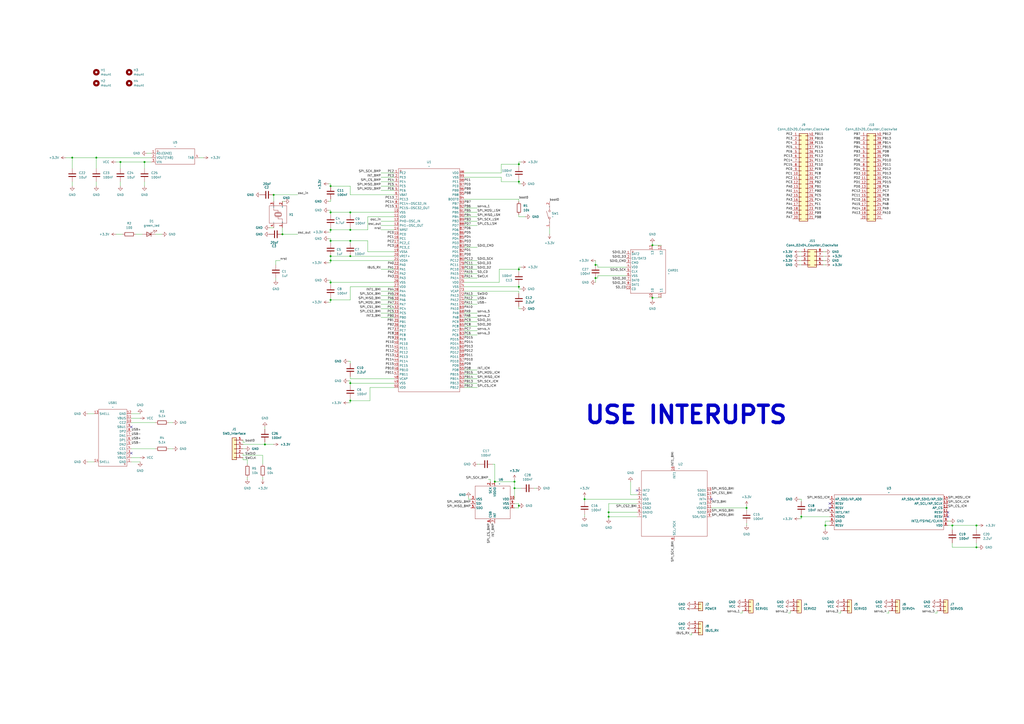
<source format=kicad_sch>
(kicad_sch (version 20231120) (generator "eeschema") (generator_version "8.0")
  (paper "A2")
  (title_block (title "Polaris Flight Computer") (date "2024-11-29") (rev "V1.0") (company "avaninder.com") (comment 1 "Designed by Avaninder Bhaghayath"))
  (junction (at 566.42 317.5))
  (junction (at 345.44 153.67))
  (junction (at 203.2 222.25))
  (junction (at 203.2 148.59))
  (junction (at 300.99 293.37))
  (junction (at 353.06 299.72))
  (junction (at 191.77 173.99))
  (junction (at 300.99 156.21))
  (junction (at 41.91 91.44))
  (junction (at 287.02 279.4))
  (junction (at 191.77 151.13))
  (junction (at 69.85 93.98))
  (junction (at 298.45 283.21))
  (junction (at 300.99 95.25))
  (junction (at 191.77 107.95))
  (junction (at 552.45 304.8))
  (junction (at 300.99 105.41))
  (junction (at 353.06 297.18))
  (junction (at 55.88 91.44))
  (junction (at 158.75 113.03))
  (junction (at 203.2 139.7))
  (junction (at 203.2 133.35))
  (junction (at 378.46 172.72))
  (junction (at 203.2 232.41))
  (junction (at 345.44 161.29))
  (junction (at 298.45 279.4))
  (junction (at 191.77 133.35))
  (junction (at 191.77 148.59))
  (junction (at 191.77 163.83))
  (junction (at 566.42 304.8))
  (junction (at 339.09 289.56))
  (junction (at 163.83 135.89))
  (junction (at 300.99 166.37))
  (junction (at 191.77 139.7))
  (junction (at 153.67 257.81))
  (junction (at 433.07 294.64))
  (junction (at 83.82 93.98))
  (junction (at 191.77 123.19))
  (junction (at 378.46 142.24))
  (junction (at 464.82 299.72))
  (junction (at 203.2 123.19))
  (junction (at 478.79 304.8))
  (no_connect (at 369.57 284.48))
  (no_connect (at 549.91 297.18))
  (no_connect (at 76.2 262.89))
  (no_connect (at 481.33 294.64))
  (no_connect (at 412.75 289.56))
  (no_connect (at 481.33 292.1))
  (no_connect (at 76.2 247.65))
  (no_connect (at 549.91 299.72))
  (wire (pts (xy 412.75 294.64) (xy 433.07 294.64)))
  (wire (pts (xy 339.09 289.56) (xy 369.57 289.56)))
  (wire (pts (xy 220.98 128.27) (xy 228.6 128.27)))
  (wire (pts (xy 464.82 299.72) (xy 464.82 300.99)))
  (wire (pts (xy 38.1 91.44) (xy 41.91 91.44)))
  (wire (pts (xy 41.91 91.44) (xy 41.91 97.79)))
  (wire (pts (xy 283.21 278.13) (xy 284.48 278.13)))
  (wire (pts (xy 203.2 133.35) (xy 203.2 132.08)))
  (wire (pts (xy 284.48 278.13) (xy 284.48 279.4)))
  (wire (pts (xy 300.99 170.18) (xy 300.99 168.91)))
  (wire (pts (xy 290.83 102.87) (xy 290.83 105.41)))
  (wire (pts (xy 220.98 184.15) (xy 228.6 184.15)))
  (wire (pts (xy 345.44 151.13) (xy 345.44 153.67)))
  (wire (pts (xy 363.22 160.02) (xy 346.71 160.02)))
  (wire (pts (xy 191.77 148.59) (xy 203.2 148.59)))
  (wire (pts (xy 191.77 172.72) (xy 191.77 173.99)))
  (wire (pts (xy 228.6 224.79) (xy 214.63 224.79)))
  (wire (pts (xy 463.55 151.13) (xy 464.82 151.13)))
  (wire (pts (xy 191.77 116.84) (xy 191.77 115.57)))
  (wire (pts (xy 156.21 132.08) (xy 158.75 132.08)))
  (wire (pts (xy 269.24 163.83) (xy 289.56 163.83)))
  (wire (pts (xy 203.2 107.95) (xy 203.2 113.03)))
  (wire (pts (xy 543.56 355.6) (xy 543.56 354.33)))
  (wire (pts (xy 300.99 156.21) (xy 300.99 157.48)))
  (wire (pts (xy 160.02 151.13) (xy 162.56 151.13)))
  (wire (pts (xy 566.42 304.8) (xy 566.42 307.34)))
  (wire (pts (xy 276.86 156.21) (xy 269.24 156.21)))
  (wire (pts (xy 552.45 304.8) (xy 566.42 304.8)))
  (wire (pts (xy 300.99 294.64) (xy 298.45 294.64)))
  (wire (pts (xy 276.86 151.13) (xy 269.24 151.13)))
  (wire (pts (xy 152.4 264.16) (xy 152.4 269.24)))
  (wire (pts (xy 552.45 314.96) (xy 552.45 317.5)))
  (wire (pts (xy 401.32 368.3) (xy 401.32 367.03)))
  (wire (pts (xy 433.07 304.8) (xy 433.07 303.53)))
  (wire (pts (xy 269.24 100.33) (xy 290.83 100.33)))
  (wire (pts (xy 464.82 299.72) (xy 464.82 298.45)))
  (wire (pts (xy 191.77 139.7) (xy 191.77 140.97)))
  (wire (pts (xy 552.45 304.8) (xy 552.45 307.34)))
  (wire (pts (xy 83.82 93.98) (xy 83.82 97.79)))
  (wire (pts (xy 302.26 106.68) (xy 300.99 106.68)))
  (wire (pts (xy 191.77 138.43) (xy 190.5 138.43)))
  (wire (pts (xy 478.79 307.34) (xy 478.79 304.8)))
  (wire (pts (xy 276.86 186.69) (xy 269.24 186.69)))
  (wire (pts (xy 549.91 302.26) (xy 551.18 302.26)))
  (wire (pts (xy 287.02 269.24) (xy 285.75 269.24)))
  (wire (pts (xy 290.83 100.33) (xy 290.83 95.25)))
  (wire (pts (xy 213.36 139.7) (xy 213.36 146.05)))
  (wire (pts (xy 458.47 355.6) (xy 457.2 355.6)))
  (wire (pts (xy 203.2 209.55) (xy 203.2 210.82)))
  (wire (pts (xy 67.31 93.98) (xy 69.85 93.98)))
  (wire (pts (xy 220.98 181.61) (xy 228.6 181.61)))
  (wire (pts (xy 203.2 113.03) (xy 228.6 113.03)))
  (wire (pts (xy 369.57 292.1) (xy 353.06 292.1)))
  (wire (pts (xy 543.56 355.6) (xy 542.29 355.6)))
  (wire (pts (xy 191.77 163.83) (xy 228.6 163.83)))
  (wire (pts (xy 477.52 148.59) (xy 478.79 148.59)))
  (wire (pts (xy 76.2 267.97) (xy 81.28 267.97)))
  (wire (pts (xy 300.99 124.46) (xy 300.99 125.73)))
  (wire (pts (xy 271.78 289.56) (xy 271.78 288.29)))
  (wire (pts (xy 160.02 161.29) (xy 160.02 162.56)))
  (wire (pts (xy 549.91 304.8) (xy 552.45 304.8)))
  (wire (pts (xy 191.77 173.99) (xy 203.2 173.99)))
  (wire (pts (xy 142.24 256.54) (xy 140.97 256.54)))
  (wire (pts (xy 191.77 139.7) (xy 203.2 139.7)))
  (wire (pts (xy 300.99 154.94) (xy 300.99 156.21)))
  (wire (pts (xy 203.2 233.68) (xy 201.93 233.68)))
  (wire (pts (xy 345.44 161.29) (xy 345.44 163.83)))
  (wire (pts (xy 276.86 189.23) (xy 269.24 189.23)))
  (wire (pts (xy 76.2 245.11) (xy 90.17 245.11)))
  (wire (pts (xy 300.99 96.52) (xy 300.99 95.25)))
  (wire (pts (xy 203.2 222.25) (xy 228.6 222.25)))
  (wire (pts (xy 90.17 135.89) (xy 93.98 135.89)))
  (wire (pts (xy 276.86 130.81) (xy 269.24 130.81)))
  (wire (pts (xy 203.2 219.71) (xy 203.2 218.44)))
  (wire (pts (xy 191.77 124.46) (xy 191.77 123.19)))
  (wire (pts (xy 220.98 176.53) (xy 228.6 176.53)))
  (wire (pts (xy 478.79 304.8) (xy 481.33 304.8)))
  (wire (pts (xy 191.77 148.59) (xy 191.77 151.13)))
  (wire (pts (xy 300.99 105.41) (xy 300.99 104.14)))
  (wire (pts (xy 464.82 289.56) (xy 464.82 290.83)))
  (wire (pts (xy 220.98 105.41) (xy 228.6 105.41)))
  (wire (pts (xy 339.09 288.29) (xy 339.09 289.56)))
  (wire (pts (xy 276.86 143.51) (xy 269.24 143.51)))
  (wire (pts (xy 153.67 257.81) (xy 140.97 257.81)))
  (wire (pts (xy 378.46 172.72) (xy 383.54 172.72)))
  (wire (pts (xy 458.47 355.6) (xy 458.47 354.33)))
  (wire (pts (xy 276.86 125.73) (xy 269.24 125.73)))
  (wire (pts (xy 191.77 175.26) (xy 191.77 173.99)))
  (wire (pts (xy 191.77 107.95) (xy 203.2 107.95)))
  (wire (pts (xy 76.2 265.43) (xy 81.28 265.43)))
  (wire (pts (xy 191.77 134.62) (xy 190.5 134.62)))
  (wire (pts (xy 78.74 135.89) (xy 82.55 135.89)))
  (wire (pts (xy 163.83 135.89) (xy 172.72 135.89)))
  (wire (pts (xy 515.62 355.6) (xy 514.35 355.6)))
  (wire (pts (xy 190.5 152.4) (xy 191.77 152.4)))
  (wire (pts (xy 378.46 142.24) (xy 383.54 142.24)))
  (wire (pts (xy 365.76 287.02) (xy 369.57 287.02)))
  (wire (pts (xy 228.6 125.73) (xy 213.36 125.73)))
  (wire (pts (xy 365.76 279.4) (xy 365.76 287.02)))
  (wire (pts (xy 353.06 292.1) (xy 353.06 297.18)))
  (wire (pts (xy 220.98 130.81) (xy 228.6 130.81)))
  (wire (pts (xy 153.67 247.65) (xy 153.67 248.92)))
  (wire (pts (xy 203.2 123.19) (xy 228.6 123.19)))
  (wire (pts (xy 290.83 95.25) (xy 300.99 95.25)))
  (wire (pts (xy 203.2 220.98) (xy 201.93 220.98)))
  (wire (pts (xy 163.83 132.08) (xy 163.83 135.89)))
  (wire (pts (xy 160.02 151.13) (xy 160.02 153.67)))
  (wire (pts (xy 300.99 93.98) (xy 302.26 93.98)))
  (wire (pts (xy 191.77 165.1) (xy 191.77 163.83)))
  (wire (pts (xy 276.86 153.67) (xy 269.24 153.67)))
  (wire (pts (xy 153.67 256.54) (xy 153.67 257.81)))
  (wire (pts (xy 140.97 266.7) (xy 140.97 265.43)))
  (wire (pts (xy 50.8 267.97) (xy 54.61 267.97)))
  (wire (pts (xy 228.6 219.71) (xy 203.2 219.71)))
  (wire (pts (xy 269.24 217.17) (xy 276.86 217.17)))
  (wire (pts (xy 567.69 304.8) (xy 566.42 304.8)))
  (wire (pts (xy 220.98 100.33) (xy 228.6 100.33)))
  (wire (pts (xy 276.86 194.31) (xy 269.24 194.31)))
  (wire (pts (xy 158.75 257.81) (xy 153.67 257.81)))
  (wire (pts (xy 276.86 173.99) (xy 269.24 173.99)))
  (wire (pts (xy 228.6 148.59) (xy 203.2 148.59)))
  (wire (pts (xy 567.69 317.5) (xy 566.42 317.5)))
  (wire (pts (xy 76.2 242.57) (xy 81.28 242.57)))
  (wire (pts (xy 69.85 105.41) (xy 69.85 107.95)))
  (wire (pts (xy 191.77 138.43) (xy 191.77 139.7)))
  (wire (pts (xy 203.2 231.14) (xy 203.2 232.41)))
  (wire (pts (xy 298.45 278.13) (xy 298.45 279.4)))
  (wire (pts (xy 213.36 133.35) (xy 203.2 133.35)))
  (wire (pts (xy 152.4 276.86) (xy 152.4 278.13)))
  (wire (pts (xy 289.56 163.83) (xy 289.56 156.21)))
  (wire (pts (xy 566.42 314.96) (xy 566.42 317.5)))
  (wire (pts (xy 300.99 115.57) (xy 269.24 115.57)))
  (wire (pts (xy 191.77 162.56) (xy 190.5 162.56)))
  (wire (pts (xy 228.6 146.05) (xy 213.36 146.05)))
  (wire (pts (xy 55.88 91.44) (xy 55.88 97.79)))
  (wire (pts (xy 158.75 113.03) (xy 158.75 116.84)))
  (wire (pts (xy 378.46 140.97) (xy 378.46 142.24)))
  (wire (pts (xy 214.63 224.79) (xy 214.63 232.41)))
  (wire (pts (xy 158.75 113.03) (xy 172.72 113.03)))
  (wire (pts (xy 433.07 295.91) (xy 433.07 294.64)))
  (wire (pts (xy 515.62 355.6) (xy 515.62 354.33)))
  (wire (pts (xy 463.55 153.67) (xy 464.82 153.67)))
  (wire (pts (xy 346.71 160.02) (xy 346.71 161.29)))
  (wire (pts (xy 298.45 283.21) (xy 298.45 289.56)))
  (wire (pts (xy 165.1 116.84) (xy 163.83 116.84)))
  (wire (pts (xy 220.98 173.99) (xy 228.6 173.99)))
  (wire (pts (xy 143.51 266.7) (xy 143.51 269.24)))
  (wire (pts (xy 213.36 139.7) (xy 203.2 139.7)))
  (wire (pts (xy 318.77 132.08) (xy 318.77 135.89)))
  (wire (pts (xy 353.06 297.18) (xy 353.06 299.72)))
  (wire (pts (xy 346.71 161.29) (xy 345.44 161.29)))
  (wire (pts (xy 87.63 93.98) (xy 83.82 93.98)))
  (wire (pts (xy 276.86 128.27) (xy 269.24 128.27)))
  (wire (pts (xy 220.98 107.95) (xy 228.6 107.95)))
  (wire (pts (xy 302.26 179.07) (xy 300.99 179.07)))
  (wire (pts (xy 83.82 105.41) (xy 83.82 107.95)))
  (wire (pts (xy 353.06 299.72) (xy 369.57 299.72)))
  (wire (pts (xy 191.77 134.62) (xy 191.77 133.35)))
  (wire (pts (xy 140.97 256.54) (xy 140.97 255.27)))
  (wire (pts (xy 191.77 175.26) (xy 190.5 175.26)))
  (wire (pts (xy 339.09 298.45) (xy 339.09 299.72)))
  (wire (pts (xy 302.26 167.64) (xy 300.99 167.64)))
  (wire (pts (xy 300.99 168.91) (xy 269.24 168.91)))
  (wire (pts (xy 298.45 283.21) (xy 302.26 283.21)))
  (wire (pts (xy 201.93 209.55) (xy 203.2 209.55)))
  (wire (pts (xy 214.63 232.41) (xy 203.2 232.41)))
  (wire (pts (xy 55.88 91.44) (xy 41.91 91.44)))
  (wire (pts (xy 487.68 355.6) (xy 487.68 354.33)))
  (wire (pts (xy 191.77 106.68) (xy 190.5 106.68)))
  (wire (pts (xy 191.77 151.13) (xy 228.6 151.13)))
  (wire (pts (xy 276.86 269.24) (xy 278.13 269.24)))
  (wire (pts (xy 191.77 162.56) (xy 191.77 163.83)))
  (wire (pts (xy 269.24 222.25) (xy 276.86 222.25)))
  (wire (pts (xy 203.2 166.37) (xy 228.6 166.37)))
  (wire (pts (xy 140.97 264.16) (xy 152.4 264.16)))
  (wire (pts (xy 41.91 105.41) (xy 41.91 107.95)))
  (wire (pts (xy 477.52 153.67) (xy 478.79 153.67)))
  (wire (pts (xy 143.51 276.86) (xy 143.51 278.13)))
  (wire (pts (xy 69.85 93.98) (xy 69.85 97.79)))
  (wire (pts (xy 213.36 125.73) (xy 213.36 133.35)))
  (wire (pts (xy 298.45 292.1) (xy 300.99 292.1)))
  (wire (pts (xy 220.98 171.45) (xy 228.6 171.45)))
  (wire (pts (xy 430.53 355.6) (xy 429.26 355.6)))
  (wire (pts (xy 191.77 152.4) (xy 191.77 151.13)))
  (wire (pts (xy 300.99 292.1) (xy 300.99 293.37)))
  (wire (pts (xy 300.99 106.68) (xy 300.99 105.41)))
  (wire (pts (xy 85.09 88.9) (xy 87.63 88.9)))
  (wire (pts (xy 203.2 124.46) (xy 203.2 123.19)))
  (wire (pts (xy 191.77 107.95) (xy 191.77 106.68)))
  (wire (pts (xy 464.82 289.56) (xy 463.55 289.56)))
  (wire (pts (xy 97.79 245.11) (xy 100.33 245.11)))
  (wire (pts (xy 353.06 299.72) (xy 353.06 300.99)))
  (wire (pts (xy 203.2 220.98) (xy 203.2 222.25)))
  (wire (pts (xy 276.86 120.65) (xy 269.24 120.65)))
  (wire (pts (xy 76.2 240.03) (xy 81.28 240.03)))
  (wire (pts (xy 276.86 123.19) (xy 269.24 123.19)))
  (wire (pts (xy 269.24 166.37) (xy 300.99 166.37)))
  (wire (pts (xy 463.55 148.59) (xy 464.82 148.59)))
  (wire (pts (xy 271.78 289.56) (xy 273.05 289.56)))
  (wire (pts (xy 276.86 191.77) (xy 269.24 191.77)))
  (wire (pts (xy 300.99 179.07) (xy 300.99 177.8)))
  (wire (pts (xy 55.88 105.41) (xy 55.88 107.95)))
  (wire (pts (xy 269.24 219.71) (xy 276.86 219.71)))
  (wire (pts (xy 363.22 154.94) (xy 346.71 154.94)))
  (wire (pts (xy 481.33 299.72) (xy 464.82 299.72)))
  (wire (pts (xy 477.52 146.05) (xy 478.79 146.05)))
  (wire (pts (xy 287.02 279.4) (xy 298.45 279.4)))
  (wire (pts (xy 481.33 302.26) (xy 478.79 302.26)))
  (wire (pts (xy 300.99 125.73) (xy 304.8 125.73)))
  (wire (pts (xy 346.71 154.94) (xy 346.71 153.67)))
  (wire (pts (xy 191.77 123.19) (xy 203.2 123.19)))
  (wire (pts (xy 269.24 214.63) (xy 276.86 214.63)))
  (wire (pts (xy 276.86 176.53) (xy 269.24 176.53)))
  (wire (pts (xy 300.99 166.37) (xy 300.99 165.1)))
  (wire (pts (xy 269.24 102.87) (xy 290.83 102.87)))
  (wire (pts (xy 552.45 317.5) (xy 566.42 317.5)))
  (wire (pts (xy 309.88 283.21) (xy 311.15 283.21)))
  (wire (pts (xy 190.5 121.92) (xy 191.77 121.92)))
  (wire (pts (xy 430.53 355.6) (xy 430.53 354.33)))
  (wire (pts (xy 203.2 139.7) (xy 203.2 140.97)))
  (wire (pts (xy 276.86 161.29) (xy 269.24 161.29)))
  (wire (pts (xy 76.2 260.35) (xy 90.17 260.35)))
  (wire (pts (xy 300.99 293.37) (xy 300.99 294.64)))
  (wire (pts (xy 290.83 105.41) (xy 300.99 105.41)))
  (wire (pts (xy 269.24 224.79) (xy 276.86 224.79)))
  (wire (pts (xy 87.63 91.44) (xy 55.88 91.44)))
  (wire (pts (xy 140.97 266.7) (xy 143.51 266.7)))
  (wire (pts (xy 478.79 302.26) (xy 478.79 304.8)))
  (wire (pts (xy 300.99 115.57) (xy 300.99 116.84)))
  (wire (pts (xy 203.2 223.52) (xy 203.2 222.25)))
  (wire (pts (xy 298.45 279.4) (xy 298.45 283.21)))
  (wire (pts (xy 346.71 153.67) (xy 345.44 153.67)))
  (wire (pts (xy 464.82 300.99) (xy 463.55 300.99)))
  (wire (pts (xy 487.68 355.6) (xy 486.41 355.6)))
  (wire (pts (xy 378.46 172.72) (xy 378.46 173.99)))
  (wire (pts (xy 300.99 93.98) (xy 300.99 95.25)))
  (wire (pts (xy 97.79 260.35) (xy 100.33 260.35)))
  (wire (pts (xy 220.98 156.21) (xy 228.6 156.21)))
  (wire (pts (xy 300.99 154.94) (xy 302.26 154.94)))
  (wire (pts (xy 339.09 289.56) (xy 339.09 290.83)))
  (wire (pts (xy 190.5 116.84) (xy 191.77 116.84)))
  (wire (pts (xy 220.98 168.91) (xy 228.6 168.91)))
  (wire (pts (xy 191.77 133.35) (xy 203.2 133.35)))
  (wire (pts (xy 276.86 158.75) (xy 269.24 158.75)))
  (wire (pts (xy 67.31 135.89) (xy 71.12 135.89)))
  (wire (pts (xy 203.2 233.68) (xy 203.2 232.41)))
  (wire (pts (xy 140.97 264.16) (xy 140.97 262.89)))
  (wire (pts (xy 83.82 93.98) (xy 69.85 93.98)))
  (wire (pts (xy 203.2 173.99) (xy 203.2 166.37)))
  (wire (pts (xy 191.77 132.08) (xy 191.77 133.35)))
  (wire (pts (xy 287.02 269.24) (xy 287.02 279.4)))
  (wire (pts (xy 401.32 368.3) (xy 400.05 368.3)))
  (wire (pts (xy 115.57 91.44) (xy 118.11 91.44)))
  (wire (pts (xy 276.86 181.61) (xy 269.24 181.61)))
  (wire (pts (xy 220.98 102.87) (xy 228.6 102.87)))
  (wire (pts (xy 433.07 293.37) (xy 433.07 294.64)))
  (wire (pts (xy 142.24 260.35) (xy 140.97 260.35)))
  (wire (pts (xy 463.55 146.05) (xy 464.82 146.05)))
  (wire (pts (xy 276.86 184.15) (xy 269.24 184.15)))
  (wire (pts (xy 477.52 151.13) (xy 478.79 151.13)))
  (wire (pts (xy 50.8 240.03) (xy 54.61 240.03)))
  (wire (pts (xy 220.98 110.49) (xy 228.6 110.49)))
  (wire (pts (xy 220.98 133.35) (xy 228.6 133.35)))
  (wire (pts (xy 353.06 297.18) (xy 369.57 297.18)))
  (wire (pts (xy 276.86 171.45) (xy 269.24 171.45)))
  (wire (pts (xy 289.56 156.21) (xy 300.99 156.21)))
  (wire (pts (xy 220.98 179.07) (xy 228.6 179.07)))
  (wire (pts (xy 191.77 121.92) (xy 191.77 123.19)))
  (wire (pts (xy 300.99 167.64) (xy 300.99 166.37)))
  (text "USE INTERUPTS" (at 398.018 240.792 0) (effects (font (size 10 10) (thickness 2) (bold yes))))
  (label "PC0" (at 228.6 135.89 180))
  (label "PB8" (at 472.44 127 0))
  (label "SD_CD" (at 276.86 158.75 0))
  (label "nrst" (at 162.56 151.13 0))
  (label "USB-" (at 276.86 176.53 0))
  (label "PD11" (at 269.24 207.01 0))
  (label "PA15" (at 499.11 119.38 180))
  (label "SDIO_D3" (at 363.22 149.86 180))
  (label "PE0" (at 472.44 121.92 0))
  (label "SPI_SCK_ICM" (at 549.91 292.1 0))
  (label "PC13" (at 228.6 115.57 180))
  (label "PC11" (at 269.24 153.67 0))
  (label "PD13" (at 511.81 101.6 0))
  (label "PC11" (at 499.11 114.3 180))
  (label "PB10" (at 472.44 81.28 0))
  (label "PA9" (at 269.24 181.61 0))
  (label "PE6" (at 459.74 88.9 180))
  (label "SDIO_D3" (at 276.86 153.67 0))
  (label "PB12" (at 269.24 224.79 0))
  (label "USB+" (at 276.86 173.99 0))
  (label "PC12" (at 269.24 151.13 0))
  (label "PC6" (at 511.81 109.22 0))
  (label "SPI_MISO_ICM" (at 481.33 289.56 180))
  (label "PE3" (at 459.74 81.28 180))
  (label "PE2" (at 228.6 100.33 180))
  (label "PA14" (at 269.24 161.29 0))
  (label "SPI_MOSI_ICM" (at 276.86 217.17 0))
  (label "SPI_MISO_BMI" (at 412.75 284.48 0))
  (label "PD3" (at 499.11 101.6 180))
  (label "PD10" (at 511.81 93.98 0))
  (label "PA6" (at 228.6 173.99 180))
  (label "SDIO_D2" (at 363.22 147.32 180))
  (label "PE8" (at 472.44 101.6 0))
  (label "servo_1" (at 276.86 120.65 0))
  (label "SPI_MOSI_LSM" (at 276.86 123.19 0))
  (label "SWDIO" (at 276.86 171.45 0))
  (label "PE13" (at 228.6 207.01 180))
  (label "PB7" (at 499.11 78.74 180))
  (label "SWDIO" (at 142.24 264.16 0))
  (label "PD2" (at 499.11 104.14 180))
  (label "PB1" (at 228.6 186.69 180))
  (label "PE15" (at 472.44 83.82 0))
  (label "PD3" (at 269.24 140.97 0))
  (label "PB3" (at 269.24 128.27 0))
  (label "SPI_CS2_BMI" (at 369.57 294.64 180))
  (label "PA12" (at 269.24 173.99 0))
  (label "SDIO_SCK" (at 363.22 157.48 180))
  (label "INT3_BMI" (at 412.75 292.1 0))
  (label "PA9" (at 511.81 121.92 0))
  (label "PA2" (at 459.74 114.3 180))
  (label "SWCLK" (at 276.86 161.29 0))
  (label "PD5" (at 269.24 135.89 0))
  (label "PA5" (at 228.6 171.45 180))
  (label "PD6" (at 269.24 133.35 0))
  (label "PD0" (at 269.24 148.59 0))
  (label "PD7" (at 499.11 91.44 180))
  (label "PB14" (at 511.81 83.82 0))
  (label "servo_2" (at 457.2 355.6 180))
  (label "SPI_MISO_BMP" (at 273.05 294.64 180))
  (label "PC15" (at 228.6 120.65 180))
  (label "PC8" (at 511.81 114.3 0))
  (label "SPI_CS_LSM" (at 276.86 130.81 0))
  (label "PA1" (at 228.6 156.21 180))
  (label "servo_4" (at 514.35 355.6 180))
  (label "PA8" (at 511.81 119.38 0))
  (label "PC0" (at 459.74 99.06 180))
  (label "SDIO_D2" (at 276.86 156.21 0))
  (label "PE11" (at 472.44 93.98 0))
  (label "PD9" (at 269.24 212.09 0))
  (label "PB6" (at 269.24 120.65 0))
  (label "PC10" (at 269.24 156.21 0))
  (label "PD8" (at 511.81 88.9 0))
  (label "PE13" (at 472.44 88.9 0))
  (label "PE15" (at 228.6 212.09 180))
  (label "PC6" (at 269.24 194.31 0))
  (label "PC3" (at 459.74 106.68 180))
  (label "SPI_MISO_LSM" (at 276.86 125.73 0))
  (label "USB+" (at 76.2 255.27 0))
  (label "PE7" (at 228.6 191.77 180))
  (label "PC5" (at 228.6 181.61 180))
  (label "PB15" (at 269.24 217.17 0))
  (label "INT_ICM" (at 481.33 297.18 180))
  (label "PD7" (at 269.24 130.81 0))
  (label "PE11" (at 228.6 201.93 180))
  (label "SPI_SCK_BMI" (at 391.16 313.69 270))
  (label "PB15" (at 511.81 86.36 0))
  (label "PC1" (at 228.6 138.43 180))
  (label "SPI_MOSI_BMP" (at 220.98 110.49 180))
  (label "PD5" (at 499.11 96.52 180))
  (label "SPI_CS1_BMI" (at 412.75 287.02 0))
  (label "PC9" (at 269.24 186.69 0))
  (label "PB12" (at 511.81 78.74 0))
  (label "servo_3" (at 276.86 194.31 0))
  (label "SD_CD" (at 363.22 167.64 180))
  (label "servo_5" (at 276.86 181.61 0))
  (label "PD15" (at 269.24 196.85 0))
  (label "PB5" (at 269.24 123.19 0))
  (label "PE4" (at 459.74 83.82 180))
  (label "PA10" (at 511.81 124.46 0))
  (label "SPI_MOSI_BMP" (at 273.05 292.1 180))
  (label "PB2" (at 228.6 189.23 180))
  (label "SDIO_D0" (at 363.22 162.56 180))
  (label "SWCLK" (at 142.24 266.7 0))
  (label "boot0" (at 142.24 256.54 0))
  (label "PB11" (at 472.44 78.74 0))
  (label "INT_BMP" (at 220.98 102.87 180))
  (label "PA11" (at 269.24 176.53 0))
  (label "PC7" (at 269.24 191.77 0))
  (label "PE10" (at 472.44 96.52 0))
  (label "PD8" (at 269.24 214.63 0))
  (label "PA2" (at 228.6 158.75 180))
  (label "PC14" (at 228.6 118.11 180))
  (label "PA10" (at 269.24 179.07 0))
  (label "PC4" (at 228.6 179.07 180))
  (label "servo_2" (at 276.86 184.15 0))
  (label "PE7" (at 472.44 104.14 0))
  (label "INT_ICM" (at 276.86 214.63 0))
  (label "PD12" (at 269.24 204.47 0))
  (label "PD2" (at 269.24 143.51 0))
  (label "servo_3" (at 486.41 355.6 180))
  (label "osc_out" (at 220.98 130.81 180))
  (label "PA4" (at 228.6 168.91 180))
  (label "SPI_CS_ICM" (at 549.91 294.64 0))
  (label "PC1" (at 459.74 101.6 180))
  (label "PD11" (at 511.81 96.52 0))
  (label "PB4" (at 269.24 125.73 0))
  (label "PB5" (at 499.11 83.82 180))
  (label "PB14" (at 269.24 219.71 0))
  (label "PB13" (at 269.24 222.25 0))
  (label "PC5" (at 472.44 114.3 0))
  (label "INT1_BMI" (at 220.98 168.91 180))
  (label "PB9" (at 472.44 124.46 0))
  (label "PB13" (at 511.81 81.28 0))
  (label "PE12" (at 228.6 204.47 180))
  (label "PA1" (at 459.74 111.76 180))
  (label "PD14" (at 269.24 199.39 0))
  (label "SPI_SCK_BMI" (at 220.98 171.45 180))
  (label "PE5" (at 459.74 86.36 180))
  (label "USB-" (at 76.2 257.81 0))
  (label "PB0" (at 472.44 111.76 0))
  (label "PE4" (at 228.6 105.41 180))
  (label "PE1" (at 269.24 105.41 0))
  (label "PD6" (at 499.11 93.98 180))
  (label "SPI_MOSI_ICM" (at 549.91 289.56 0))
  (label "PA5" (at 459.74 121.92 180))
  (label "SPI_MISO_ICM" (at 276.86 219.71 0))
  (label "PA3" (at 459.74 116.84 180))
  (label "PA7" (at 228.6 176.53 180))
  (label "PE9" (at 228.6 196.85 180))
  (label "PA0" (at 459.74 109.22 180))
  (label "PC3" (at 228.6 143.51 180))
  (label "PA6" (at 459.74 124.46 180))
  (label "INT_BMP" (at 287.02 303.53 270))
  (label "USB+" (at 76.2 250.19 0))
  (label "PE9" (at 472.44 99.06 0))
  (label "PA0" (at 228.6 153.67 180))
  (label "PB2" (at 472.44 106.68 0))
  (label "SDIO_D1" (at 276.86 186.69 0))
  (label "PD1" (at 499.11 106.68 180))
  (label "PC8" (at 269.24 189.23 0))
  (label "boot0" (at 318.77 116.84 0))
  (label "SPI_CS_BMP" (at 284.48 303.53 270))
  (label "PC2" (at 459.74 104.14 180))
  (label "osc_out" (at 172.72 135.89 0))
  (label "servo_1" (at 429.26 355.6 180))
  (label "PE2" (at 459.74 78.74 180))
  (label "PA13" (at 499.11 124.46 180))
  (label "PD0" (at 499.11 109.22 180))
  (label "PD13" (at 269.24 201.93 0))
  (label "PC7" (at 511.81 111.76 0))
  (label "PD9" (at 511.81 91.44 0))
  (label "PE5" (at 228.6 107.95 180))
  (label "PD4" (at 499.11 99.06 180))
  (label "SDIO_D0" (at 276.86 189.23 0))
  (label "SPI_MISO_BMI" (at 220.98 173.99 180))
  (label "PE3" (at 228.6 102.87 180))
  (label "PB6" (at 499.11 81.28 180))
  (label "SPI_MISO_BMP" (at 220.98 107.95 180))
  (label "PE8" (at 228.6 194.31 180))
  (label "SPI_SCK_LSM" (at 276.86 128.27 0))
  (label "INT1_BMI" (at 391.16 270.51 90))
  (label "PC14" (at 459.74 93.98 180))
  (label "SDIO_SCK" (at 276.86 151.13 0))
  (label "SPI_CS1_BMI" (at 220.98 179.07 180))
  (label "PB4" (at 499.11 86.36 180))
  (label "PC12" (at 499.11 111.76 180))
  (label "PE0" (at 269.24 107.95 0))
  (label "PD15" (at 511.81 106.68 0))
  (label "PC2" (at 228.6 140.97 180))
  (label "PC15" (at 459.74 96.52 180))
  (label "servo_4" (at 276.86 191.77 0))
  (label "SPI_SCK_ICM" (at 276.86 222.25 0))
  (label "PA13" (at 269.24 171.45 0))
  (label "PA14" (at 499.11 121.92 180))
  (label "USB-" (at 76.2 252.73 0))
  (label "osc_in" (at 172.72 113.03 0))
  (label "SDIO_CMD" (at 276.86 143.51 0))
  (label "PB8" (at 269.24 113.03 0))
  (label "PB11" (at 228.6 217.17 180))
  (label "PB9" (at 269.24 110.49 0))
  (label "SPI_MISO_BMI" (at 412.75 297.18 0))
  (label "PB1" (at 472.44 109.22 0))
  (label "PC10" (at 499.11 116.84 180))
  (label "PC9" (at 511.81 116.84 0))
  (label "SPI_MOSI_BMI" (at 220.98 176.53 180))
  (label "PD4" (at 269.24 138.43 0))
  (label "PD10" (at 269.24 209.55 0))
  (label "PA7" (at 459.74 127 180))
  (label "PA4" (at 459.74 119.38 180))
  (label "PC13" (at 459.74 91.44 180))
  (label "nrst" (at 220.98 133.35 180))
  (label "PE6" (at 228.6 110.49 180))
  (label "SPI_SCK_BMP" (at 283.21 278.13 180))
  (label "SPI_SCK_BMP" (at 220.98 100.33 180))
  (label "PD12" (at 511.81 99.06 0))
  (label "PA8" (at 269.24 184.15 0))
  (label "PD1" (at 269.24 146.05 0))
  (label "PE12" (at 472.44 91.44 0))
  (label "osc_in" (at 220.98 128.27 180))
  (label "SDIO_CMD" (at 363.22 152.4 180))
  (label "SPI_CS2_BMI" (at 220.98 181.61 180))
  (label "PB0" (at 228.6 184.15 180))
  (label "PB7" (at 269.24 118.11 0))
  (label "SDIO_D1" (at 363.22 165.1 180))
  (label "PA3" (at 228.6 161.29 180))
  (label "PE14" (at 472.44 86.36 0))
  (label "PE14" (at 228.6 209.55 180))
  (label "PA15" (at 269.24 158.75 0))
  (label "SPI_CS_ICM" (at 276.86 224.79 0))
  (label "INT3_BMI" (at 220.98 184.15 180))
  (label "SPI_CS_BMP" (at 220.98 105.41 180))
  (label "PD14" (at 511.81 104.14 0))
  (label "PB3" (at 499.11 88.9 180))
  (label "SPI_MOSI_BMI" (at 412.75 299.72 0))
  (label "PB10" (at 228.6 214.63 180))
  (label "PE10" (at 228.6 199.39 180))
  (label "IBUS_RX" (at 220.98 156.21 180))
  (label "servo_5" (at 542.29 355.6 180))
  (label "PE1" (at 472.44 119.38 0))
  (label "PC4" (at 472.44 116.84 0))
  (label "IBUS_RX" (at 400.05 368.3 180))
  (label "boot0" (at 300.99 115.57 0))
  (symbol (lib_id "power:VCC") (at 515.62 351.79 90) (unit 1)
    (property "Reference" "#PWR076" (effects (hide yes)))
    (property "Value" "VCC" (at 511.81 351.7899 90) (effects (justify left)))
    (property "Description" "Power symbol creates a global label with name \"VCC\"" (effects (hide yes)))
  )
  (symbol (lib_id "power:GND") (at 304.8 125.73 90) (unit 1)
    (property "Reference" "#PWR018" (effects (hide yes)))
    (property "Value" "GND" (at 308.61 125.7299 90) (effects (justify right)))
    (property "Description" "Power symbol creates a global label with name \"GND\" , ground" (effects (hide yes)))
  )
  (symbol (lib_id "power:GND") (at 165.1 116.84 90) (unit 1)
    (property "Reference" "#PWR05" (effects (hide yes)))
    (property "Value" "GND" (at 164.084 114.808 90) (effects (justify right)))
    (property "Description" "Power symbol creates a global label with name \"GND\" , ground" (effects (hide yes)))
  )
  (symbol (lib_id "power:GND") (at 190.5 116.84 270) (unit 1)
    (property "Reference" "#PWR014" (effects (hide yes)))
    (property "Value" "GND" (at 186.69 116.8401 90) (effects (justify right)))
    (property "Description" "Power symbol creates a global label with name \"GND\" , ground" (effects (hide yes)))
  )
  (symbol (lib_id "Device:C") (at 191.77 168.91 180) (unit 1)
    (property "Reference" "C8" (at 195.58 167.6399 0) (effects (justify right)))
    (property "Value" "100nF" (at 195.58 170.1799 0) (effects (justify right)))
    (property "Footprint" "Capacitor_SMD:C_0402_1005Metric" (effects (hide yes)))
    (property "Description" "Unpolarized capacitor" (effects (hide yes)))
  )
  (symbol (lib_id "power:GND") (at 478.79 307.34 0) (unit 1)
    (property "Reference" "#PWR086" (effects (hide yes)))
    (property "Value" "GND" (at 478.79 312.42 0))
    (property "Description" "Power symbol creates a global label with name \"GND\" , ground" (effects (hide yes)))
  )
  (symbol (lib_id "power:GND") (at 401.32 361.95 270) (unit 1)
    (property "Reference" "#PWR043" (effects (hide yes)))
    (property "Value" "GND" (at 397.51 361.9499 90) (effects (justify right)))
    (property "Description" "Power symbol creates a global label with name \"GND\" , ground" (effects (hide yes)))
  )
  (symbol (lib_id "power:GND") (at 300.99 293.37 90) (unit 1)
    (property "Reference" "#PWR065" (effects (hide yes)))
    (property "Value" "GND" (at 304.8 293.3699 90) (effects (justify right)))
    (property "Description" "Power symbol creates a global label with name \"GND\" , ground" (effects (hide yes)))
  )
  (symbol (lib_id "power:GND") (at 458.47 349.25 270) (unit 1)
    (property "Reference" "#PWR074" (effects (hide yes)))
    (property "Value" "GND" (at 454.66 349.2499 90) (effects (justify right)))
    (property "Description" "Power symbol creates a global label with name \"GND\" , ground" (effects (hide yes)))
  )
  (symbol (lib_id "power:+3.3V") (at 478.79 153.67 270) (unit 1)
    (property "Reference" "#PWR036" (effects (hide yes)))
    (property "Value" "+3.3V" (at 482.6 153.6699 90) (effects (justify left)))
    (property "Description" "Power symbol creates a global label with name \"+3.3V\"" (effects (hide yes)))
  )
  (symbol (lib_id "power:+3.3V") (at 302.26 154.94 270) (unit 1)
    (property "Reference" "#PWR019" (effects (hide yes)))
    (property "Value" "+3.3V" (at 306.07 154.9399 90) (effects (justify left)))
    (property "Description" "Power symbol creates a global label with name \"+3.3V\"" (effects (hide yes)))
  )
  (symbol (lib_id "power:GND") (at 81.28 267.97 0) (unit 1)
    (property "Reference" "#PWR031" (effects (hide yes)))
    (property "Value" "GND" (at 81.28 273.05 0))
    (property "Description" "Power symbol creates a global label with name \"GND\" , ground" (effects (hide yes)))
  )
  (symbol (lib_id "power:GND") (at 433.07 304.8 0) (unit 1)
    (property "Reference" "#PWR080" (effects (hide yes)))
    (property "Value" "GND" (at 433.07 309.88 0))
    (property "Description" "Power symbol creates a global label with name \"GND\" , ground" (effects (hide yes)))
  )
  (symbol (lib_id "power:GND") (at 41.91 107.95 0) (unit 1)
    (property "Reference" "#PWR051" (effects (hide yes)))
    (property "Value" "GND" (at 41.91 113.03 0))
    (property "Description" "Power symbol creates a global label with name \"GND\" , ground" (effects (hide yes)))
  )
  (symbol (lib_id "Device:C") (at 160.02 135.89 270) (unit 1)
    (property "Reference" "C3" (at 159.004 142.748 90))
    (property "Value" "20pF" (at 159.258 140.716 90))
    (property "Footprint" "Capacitor_SMD:C_0402_1005Metric" (effects (hide yes)))
    (property "Description" "Unpolarized capacitor" (effects (hide yes)))
  )
  (symbol (lib_id "Mechanical:MountingHole") (at 74.93 48.26 0) (unit 1) (exclude_from_sim yes) (in_bom no)
    (property "Reference" "H4" (at 77.47 46.9899 0) (effects (justify left)))
    (property "Value" "mount" (at 77.47 49.5299 0) (effects (justify left)))
    (property "Footprint" "MountingHole:MountingHole_3.2mm_M3" (effects (hide yes)))
    (property "Description" "Mounting Hole without connection" (effects (hide yes)))
  )
  (symbol (lib_id "power:GND") (at 378.46 173.99 0) (unit 1)
    (property "Reference" "#PWR041" (effects (hide yes)))
    (property "Value" "GND" (at 378.46 179.07 0))
    (property "Description" "Power symbol creates a global label with name \"GND\" , ground" (effects (hide yes)))
  )
  (symbol (lib_id "power:+3.3V") (at 298.45 278.13 0) (unit 1)
    (property "Reference" "#PWR067" (effects (hide yes)))
    (property "Value" "+3.3V" (at 298.45 273.05 0))
    (property "Description" "Power symbol creates a global label with name \"+3.3V\"" (effects (hide yes)))
  )
  (symbol (lib_id "power:VCC") (at 458.47 351.79 90) (unit 1)
    (property "Reference" "#PWR075" (effects (hide yes)))
    (property "Value" "VCC" (at 454.66 351.7899 90) (effects (justify left)))
    (property "Description" "Power symbol creates a global label with name \"VCC\"" (effects (hide yes)))
  )
  (symbol (lib_id "Device:C") (at 203.2 227.33 180) (unit 1)
    (property "Reference" "C6" (at 207.01 226.0599 0) (effects (justify right)))
    (property "Value" "100nF" (at 207.01 228.5999 0) (effects (justify right)))
    (property "Footprint" "Capacitor_SMD:C_0402_1005Metric" (effects (hide yes)))
    (property "Description" "Unpolarized capacitor" (effects (hide yes)))
  )
  (symbol (lib_id "Device:C") (at 55.88 101.6 0) (unit 1)
    (property "Reference" "C23" (at 59.69 100.3299 0) (effects (justify left)))
    (property "Value" "100nF" (at 59.69 102.8699 0) (effects (justify left)))
    (property "Footprint" "Capacitor_SMD:C_0402_1005Metric" (effects (hide yes)))
    (property "Description" "Unpolarized capacitor" (effects (hide yes)))
  )
  (symbol (lib_id "power:GND") (at 302.26 106.68 90) (unit 1)
    (property "Reference" "#PWR022" (effects (hide yes)))
    (property "Value" "GND" (at 306.07 106.6799 90) (effects (justify right)))
    (property "Description" "Power symbol creates a global label with name \"GND\" , ground" (effects (hide yes)))
  )
  (symbol (lib_id "power:+3.3V") (at 67.31 135.89 90) (unit 1)
    (property "Reference" "#PWR024" (effects (hide yes)))
    (property "Value" "+3.3V" (at 63.5 135.8899 90) (effects (justify left)))
    (property "Description" "Power symbol creates a global label with name \"+3.3V\"" (effects (hide yes)))
  )
  (symbol (lib_id "power:GND") (at 69.85 107.95 0) (unit 1)
    (property "Reference" "#PWR054" (effects (hide yes)))
    (property "Value" "GND" (at 69.85 113.03 0))
    (property "Description" "Power symbol creates a global label with name \"GND\" , ground" (effects (hide yes)))
  )
  (symbol (lib_id "power:GND") (at 302.26 179.07 90) (unit 1)
    (property "Reference" "#PWR017" (effects (hide yes)))
    (property "Value" "GND" (at 306.07 179.0699 90) (effects (justify right)))
    (property "Description" "Power symbol creates a global label with name \"GND\" , ground" (effects (hide yes)))
  )
  (symbol (lib_id "power:GND") (at 190.5 138.43 270) (unit 1)
    (property "Reference" "#PWR010" (effects (hide yes)))
    (property "Value" "GND" (at 186.69 138.4299 90) (effects (justify right)))
    (property "Description" "Power symbol creates a global label with name \"GND\" , ground" (effects (hide yes)))
  )
  (symbol (lib_id "power:+3.3V") (at 463.55 146.05 90) (unit 1)
    (property "Reference" "#PWR034" (effects (hide yes)))
    (property "Value" "+3.3V" (at 459.74 146.0499 90) (effects (justify left)))
    (property "Description" "Power symbol creates a global label with name \"+3.3V\"" (effects (hide yes)))
  )
  (symbol (lib_id "power:GND") (at 478.79 146.05 90) (unit 1)
    (property "Reference" "#PWR046" (effects (hide yes)))
    (property "Value" "GND" (at 482.6 146.0499 90) (effects (justify right)))
    (property "Description" "Power symbol creates a global label with name \"GND\" , ground" (effects (hide yes)))
  )
  (symbol (lib_id "power:GND") (at 345.44 163.83 270) (unit 1)
    (property "Reference" "#PWR064" (effects (hide yes)))
    (property "Value" "GND" (at 341.63 163.8299 90) (effects (justify right)))
    (property "Description" "Power symbol creates a global label with name \"GND\" , ground" (effects (hide yes)))
  )
  (symbol (lib_id "power:GND") (at 100.33 260.35 90) (unit 1)
    (property "Reference" "#PWR033" (effects (hide yes)))
    (property "Value" "GND" (at 104.14 260.3499 90) (effects (justify right)))
    (property "Description" "Power symbol creates a global label with name \"GND\" , ground" (effects (hide yes)))
  )
  (symbol (lib_id "Connector_Generic:Conn_02x20_Counter_Clockwise") (at 504.19 101.6 0) (unit 1)
    (property "Reference" "J10" (at 505.46 72.39 0))
    (property "Value" "Conn_02x20_Counter_Clockwise" (at 505.46 74.93 0))
    (property "Footprint" "Connector_PinHeader_2.54mm:PinHeader_2x20_P2.54mm_Vertical" (effects (hide yes)))
    (property "Description" "Generic connector, double row, 02x20, counter clockwise pin numbering scheme (similar to DIP package numbering), script generated (kicad-library-utils/schlib/autogen/connector/)" (effects (hide yes)))
  )
  (symbol (lib_id "Device:C") (at 191.77 111.76 0) (unit 1)
    (property "Reference" "C11" (at 195.58 110.4899 0) (effects (justify left)))
    (property "Value" "100nF" (at 195.58 113.0299 0) (effects (justify left)))
    (property "Footprint" "Capacitor_SMD:C_0402_1005Metric" (effects (hide yes)))
    (property "Description" "Unpolarized capacitor" (effects (hide yes)))
  )
  (symbol (lib_id "power:GND") (at 302.26 167.64 90) (unit 1)
    (property "Reference" "#PWR020" (effects (hide yes)))
    (property "Value" "GND" (at 306.07 167.6399 90) (effects (justify right)))
    (property "Description" "Power symbol creates a global label with name \"GND\" , ground" (effects (hide yes)))
  )
  (symbol (lib_id "Device:R") (at 93.98 260.35 90) (unit 1)
    (property "Reference" "R4" (at 93.98 254 90))
    (property "Value" "5.1k" (at 93.98 256.54 90))
    (property "Footprint" "Resistor_SMD:R_0402_1005Metric" (effects (hide yes)))
    (property "Description" "Resistor" (effects (hide yes)))
  )
  (symbol (lib_id "power:+3.3V") (at 190.5 106.68 90) (unit 1)
    (property "Reference" "#PWR016" (effects (hide yes)))
    (property "Value" "+3.3V" (at 185.42 109.982 0) (effects (justify left)))
    (property "Description" "Power symbol creates a global label with name \"+3.3V\"" (effects (hide yes)))
  )
  (symbol (lib_id "power:+3.3V") (at 201.93 233.68 90) (unit 1)
    (property "Reference" "#PWR09" (effects (hide yes)))
    (property "Value" "+3.3V" (at 198.12 233.6799 90) (effects (justify left)))
    (property "Description" "Power symbol creates a global label with name \"+3.3V\"" (effects (hide yes)))
  )
  (symbol (lib_id "ICM-42688-P:ICM-42688-P") (at 515.62 297.18 0) (unit 1)
    (property "Reference" "U3" (at 515.62 283.21 0))
    (property "Value" "~" (at 515.62 285.75 0))
    (property "Footprint" "ICM-42688-P:LGA-14_L3.0-W2.5-P0.50-TL" (effects (hide yes)))
    (property "Datasheet" "https://atta.szlcsc.com/upload/public/pdf/source/20210703/CF24204867ACE5B754A2B035F23E5931.pdf" (effects (hide yes)))
    (property "Description" "Sensor Type:Accelerometer gyroscope" (effects (hide yes)))
    (property "Manufacturer Part" "ICM-42688-P" (effects (hide yes)))
    (property "Manufacturer" "TDK InvenSense(应美盛)" (effects (hide yes)))
    (property "Supplier Part" "C1850418" (effects (hide yes)))
    (property "Supplier" "LCSC" (effects (hide yes)))
    (property "LCSC Part Name" "ICM-42688-P" (effects (hide yes)))
  )
  (symbol (lib_id "power:VCC") (at 430.53 351.79 90) (unit 1)
    (property "Reference" "#PWR073" (effects (hide yes)))
    (property "Value" "VCC" (at 426.72 351.7899 90) (effects (justify left)))
    (property "Description" "Power symbol creates a global label with name \"VCC\"" (effects (hide yes)))
  )
  (symbol (lib_id "Connector_Generic:Conn_01x02") (at 406.4 350.52 0) (unit 1)
    (property "Reference" "J2" (at 408.94 350.5199 0) (effects (justify left)))
    (property "Value" "POWER" (at 408.94 353.0599 0) (effects (justify left)))
    (property "Footprint" "Connector_PinHeader_2.54mm:PinHeader_1x02_P2.54mm_Vertical" (effects (hide yes)))
    (property "Description" "Generic connector, single row, 01x02, script generated (kicad-library-utils/schlib/autogen/connector/)" (effects (hide yes)))
  )
  (symbol (lib_id "power:GND") (at 50.8 240.03 270) (unit 1)
    (property "Reference" "#PWR026" (effects (hide yes)))
    (property "Value" "GND" (at 46.99 240.0299 90) (effects (justify right)))
    (property "Description" "Power symbol creates a global label with name \"GND\" , ground" (effects (hide yes)))
  )
  (symbol (lib_id "power:+3.3V") (at 190.5 152.4 90) (unit 1)
    (property "Reference" "#PWR06" (effects (hide yes)))
    (property "Value" "+3.3V" (at 186.69 152.3999 90) (effects (justify left)))
    (property "Description" "Power symbol creates a global label with name \"+3.3V\"" (effects (hide yes)))
  )
  (symbol (lib_id "Device:C") (at 345.44 157.48 180) (unit 1)
    (property "Reference" "C27" (at 337.566 156.21 0) (effects (justify right)))
    (property "Value" "100nF" (at 336.55 158.75 0) (effects (justify right)))
    (property "Footprint" "Capacitor_SMD:C_0402_1005Metric" (effects (hide yes)))
    (property "Description" "Unpolarized capacitor" (effects (hide yes)))
  )
  (symbol (lib_id "power:+3.3V") (at 190.5 175.26 90) (unit 1)
    (property "Reference" "#PWR012" (effects (hide yes)))
    (property "Value" "+3.3V" (at 186.69 175.2599 90) (effects (justify left)))
    (property "Description" "Power symbol creates a global label with name \"+3.3V\"" (effects (hide yes)))
  )
  (symbol (lib_id "power:GND") (at 478.79 151.13 90) (unit 1)
    (property "Reference" "#PWR045" (effects (hide yes)))
    (property "Value" "GND" (at 482.6 151.1299 90) (effects (justify right)))
    (property "Description" "Power symbol creates a global label with name \"GND\" , ground" (effects (hide yes)))
  )
  (symbol (lib_id "Connector_Generic:Conn_01x03") (at 492.76 351.79 0) (unit 1)
    (property "Reference" "J5" (at 495.3 350.5199 0) (effects (justify left)))
    (property "Value" "SERVO3" (at 495.3 353.0599 0) (effects (justify left)))
    (property "Footprint" "Connector_PinHeader_2.54mm:PinHeader_1x03_P2.54mm_Vertical" (effects (hide yes)))
    (property "Description" "Generic connector, single row, 01x03, script generated (kicad-library-utils/schlib/autogen/connector/)" (effects (hide yes)))
  )
  (symbol (lib_id "power:GND") (at 378.46 140.97 180) (unit 1)
    (property "Reference" "#PWR042" (effects (hide yes)))
    (property "Value" "GND" (at 378.46 135.89 0))
    (property "Description" "Power symbol creates a global label with name \"GND\" , ground" (effects (hide yes)))
  )
  (symbol (lib_id "power:VCC") (at 401.32 353.06 90) (unit 1)
    (property "Reference" "#PWR053" (effects (hide yes)))
    (property "Value" "VCC" (at 397.51 353.0599 90) (effects (justify left)))
    (property "Description" "Power symbol creates a global label with name \"VCC\"" (effects (hide yes)))
  )
  (symbol (lib_id "Device:R") (at 93.98 245.11 90) (unit 1)
    (property "Reference" "R3" (at 93.98 238.76 90))
    (property "Value" "5.1k" (at 93.98 241.3 90))
    (property "Footprint" "Resistor_SMD:R_0402_1005Metric" (effects (hide yes)))
    (property "Description" "Resistor" (effects (hide yes)))
  )
  (symbol (lib_id "Device:LED") (at 86.36 135.89 180) (unit 1)
    (property "Reference" "D1" (at 87.9475 128.27 0))
    (property "Value" "green_led" (at 87.9475 130.81 0))
    (property "Footprint" "LED_SMD:LED_0603_1608Metric" (effects (hide yes)))
    (property "Description" "Light emitting diode" (effects (hide yes)))
  )
  (symbol (lib_id "power:+3.3V") (at 152.4 278.13 180) (unit 1)
    (property "Reference" "#PWR060" (effects (hide yes)))
    (property "Value" "+3.3V" (at 152.4 283.21 0))
    (property "Description" "Power symbol creates a global label with name \"+3.3V\"" (effects (hide yes)))
  )
  (symbol (lib_id "Device:C") (at 153.67 252.73 180) (unit 1)
    (property "Reference" "C26" (at 157.48 251.4599 0) (effects (justify right)))
    (property "Value" "100nF" (at 157.48 253.9999 0) (effects (justify right)))
    (property "Footprint" "Capacitor_SMD:C_0402_1005Metric" (effects (hide yes)))
    (property "Description" "Unpolarized capacitor" (effects (hide yes)))
  )
  (symbol (lib_id "Mechanical:MountingHole") (at 74.93 41.91 0) (unit 1) (exclude_from_sim yes) (in_bom no)
    (property "Reference" "H3" (at 77.47 40.6399 0) (effects (justify left)))
    (property "Value" "mount" (at 77.47 43.1799 0) (effects (justify left)))
    (property "Footprint" "MountingHole:MountingHole_3.2mm_M3" (effects (hide yes)))
    (property "Description" "Mounting Hole without connection" (effects (hide yes)))
  )
  (symbol (lib_id "Device:C") (at 464.82 294.64 180) (unit 1)
    (property "Reference" "C18" (at 468.63 293.3699 0) (effects (justify right)))
    (property "Value" "10nF" (at 468.63 295.9099 0) (effects (justify right)))
    (property "Footprint" "Capacitor_SMD:C_0402_1005Metric" (effects (hide yes)))
    (property "Description" "Unpolarized capacitor" (effects (hide yes)))
  )
  (symbol (lib_id "Device:C") (at 339.09 294.64 180) (unit 1)
    (property "Reference" "C16" (at 342.9 293.3699 0) (effects (justify right)))
    (property "Value" "100nF" (at 342.9 295.9099 0) (effects (justify right)))
    (property "Footprint" "Capacitor_SMD:C_0402_1005Metric" (effects (hide yes)))
    (property "Description" "Unpolarized capacitor" (effects (hide yes)))
  )
  (symbol (lib_id "power:GND") (at 85.09 88.9 270) (unit 1)
    (property "Reference" "#PWR056" (effects (hide yes)))
    (property "Value" "GND" (at 81.28 88.8999 90) (effects (justify right)))
    (property "Description" "Power symbol creates a global label with name \"GND\" , ground" (effects (hide yes)))
  )
  (symbol (lib_id "power:+3.3V") (at 318.77 135.89 180) (unit 1)
    (property "Reference" "#PWR023" (effects (hide yes)))
    (property "Value" "+3.3V" (at 318.77 140.97 0))
    (property "Description" "Power symbol creates a global label with name \"+3.3V\"" (effects (hide yes)))
  )
  (symbol (lib_id "Device:C") (at 41.91 101.6 0) (unit 1)
    (property "Reference" "C22" (at 45.72 100.3299 0) (effects (justify left)))
    (property "Value" "10uF" (at 45.72 102.8699 0) (effects (justify left)))
    (property "Footprint" "Capacitor_SMD:C_0402_1005Metric" (effects (hide yes)))
    (property "Description" "Unpolarized capacitor" (effects (hide yes)))
  )
  (symbol (lib_id "power:GND") (at 515.62 349.25 270) (unit 1)
    (property "Reference" "#PWR049" (effects (hide yes)))
    (property "Value" "GND" (at 511.81 349.2499 90) (effects (justify right)))
    (property "Description" "Power symbol creates a global label with name \"GND\" , ground" (effects (hide yes)))
  )
  (symbol (lib_id "AMS1117-3.3:AMS1117-3.3_C347222") (at 102.87 91.44 0) (unit 1)
    (property "Reference" "U5" (at 101.6 82.55 0))
    (property "Value" "~" (at 101.6 85.09 0))
    (property "Footprint" "AMS1117-3.3:SOT-223-4_L6.5-W3.5-P2.30-LS7.0-BR" (effects (hide yes)))
    (property "Datasheet" "https://atta.szlcsc.com/upload/public/pdf/source/20231109/155D79A26D9DB04352555A58D5969DC8.pdf" (effects (hide yes)))
    (property "Description" "Output Type: Maximum Input Voltage:12V Output Voltage:3.3V Output Voltage:3.3V MAX Output Current:1A Power Supply Rejection Ratio (PSRR):60dB@(120Hz) Dropout Voltage:1.3V@(1A) standby current:- Noise:- Feature:- Operating Temperature:- Operating Temperatu" (effects (hide yes)))
    (property "Manufacturer Part" "AMS1117-3.3" (effects (hide yes)))
    (property "Manufacturer" "UMW(友台半导体)" (effects (hide yes)))
    (property "Supplier Part" "C347222" (effects (hide yes)))
    (property "Supplier" "LCSC" (effects (hide yes)))
    (property "LCSC Part Name" "输出:3.3V 电流:1A 耐压:12V" (effects (hide yes)))
  )
  (symbol (lib_id "power:+3.3V") (at 158.75 257.81 270) (unit 1)
    (property "Reference" "#PWR062" (effects (hide yes)))
    (property "Value" "+3.3V" (at 162.56 257.8099 90) (effects (justify left)))
    (property "Description" "Power symbol creates a global label with name \"+3.3V\"" (effects (hide yes)))
  )
  (symbol (lib_id "Device:R") (at 74.93 135.89 270) (unit 1)
    (property "Reference" "R2" (at 74.93 129.54 90))
    (property "Value" "100" (at 74.93 132.08 90))
    (property "Footprint" "Resistor_SMD:R_0402_1005Metric" (effects (hide yes)))
    (property "Description" "Resistor" (effects (hide yes)))
  )
  (symbol (lib_id "power:+3.3V") (at 478.79 148.59 270) (unit 1)
    (property "Reference" "#PWR037" (effects (hide yes)))
    (property "Value" "+3.3V" (at 482.6 148.5899 90) (effects (justify left)))
    (property "Description" "Power symbol creates a global label with name \"+3.3V\"" (effects (hide yes)))
  )
  (symbol (lib_id "power:GND") (at 365.76 279.4 180) (unit 1)
    (property "Reference" "#PWR083" (effects (hide yes)))
    (property "Value" "GND" (at 365.76 274.32 0))
    (property "Description" "Power symbol creates a global label with name \"GND\" , ground" (effects (hide yes)))
  )
  (symbol (lib_id "power:GND") (at 160.02 162.56 0) (unit 1)
    (property "Reference" "#PWR02" (effects (hide yes)))
    (property "Value" "GND" (at 160.02 167.64 0))
    (property "Description" "Power symbol creates a global label with name \"GND\" , ground" (effects (hide yes)))
  )
  (symbol (lib_id "Connector_Generic:Conn_01x03") (at 463.55 351.79 0) (unit 1)
    (property "Reference" "J4" (at 466.09 350.5199 0) (effects (justify left)))
    (property "Value" "SERVO2" (at 466.09 353.0599 0) (effects (justify left)))
    (property "Footprint" "Connector_PinHeader_2.54mm:PinHeader_1x03_P2.54mm_Vertical" (effects (hide yes)))
    (property "Description" "Generic connector, single row, 01x03, script generated (kicad-library-utils/schlib/autogen/connector/)" (effects (hide yes)))
  )
  (symbol (lib_id "power:GND") (at 401.32 350.52 270) (unit 1)
    (property "Reference" "#PWR071" (effects (hide yes)))
    (property "Value" "GND" (at 397.51 350.5199 90) (effects (justify right)))
    (property "Description" "Power symbol creates a global label with name \"GND\" , ground" (effects (hide yes)))
  )
  (symbol (lib_id "Device:C") (at 552.45 311.15 180) (unit 1)
    (property "Reference" "C19" (at 556.26 309.8799 0) (effects (justify right)))
    (property "Value" "100nF" (at 556.26 312.4199 0) (effects (justify right)))
    (property "Footprint" "Capacitor_SMD:C_0402_1005Metric" (effects (hide yes)))
    (property "Description" "Unpolarized capacitor" (effects (hide yes)))
  )
  (symbol (lib_id "power:GND") (at 151.13 113.03 270) (unit 1)
    (property "Reference" "#PWR01" (effects (hide yes)))
    (property "Value" "GND" (at 147.32 113.0299 90) (effects (justify right)))
    (property "Description" "Power symbol creates a global label with name \"GND\" , ground" (effects (hide yes)))
  )
  (symbol (lib_id "Device:C") (at 191.77 128.27 0) (unit 1)
    (property "Reference" "C4" (at 194.564 126.746 0) (effects (justify left)))
    (property "Value" "4.7uF" (at 194.564 129.286 0) (effects (justify left)))
    (property "Footprint" "Capacitor_SMD:C_0402_1005Metric" (effects (hide yes)))
    (property "Description" "Unpolarized capacitor" (effects (hide yes)))
  )
  (symbol (lib_id "X322525MSB4SI:X322525MSB4SI") (at 161.29 124.46 90) (unit 1)
    (property "Reference" "X1" (at 167.64 124.4599 90) (effects (justify right)))
    (property "Value" "25MHz" (effects (hide yes)))
    (property "Footprint" "X322525MSB4SI:OSC-SMD_4P-L3.2-W2.5-BL" (effects (hide yes)))
    (property "Datasheet" "https://atta.szlcsc.com/upload/public/pdf/source/20240329/19D5F850207469550BEB00D7DFEDBC7A.pdf" (effects (hide yes)))
    (property "Description" "Crystal Type:Surface Mount Crystal Frequency: Normal temperature Frequency Tolerance:±10ppm Normal temperature Frequency Tolerance:±10ppm External load capacitor: Frequency Stability(Full temperature range):±20ppm Frequency Stability(Full temperature rang" (effects (hide yes)))
    (property "Manufacturer Part" "X322525MSB4SI" (effects (hide yes)))
    (property "Manufacturer" "YXC(扬兴晶振)" (effects (hide yes)))
    (property "Supplier Part" "C13740" (effects (hide yes)))
    (property "Supplier" "LCSC" (effects (hide yes)))
    (property "LCSC Part Name" "25MHz ±10ppm 20pF" (effects (hide yes)))
  )
  (symbol (lib_id "TYPE-16-C:TYPE-C 16PIN 2MD(073)") (at 64.77 254 180) (unit 1)
    (property "Reference" "USB1" (at 65.405 233.68 0))
    (property "Value" "~" (at 65.405 236.22 0))
    (property "Footprint" "TYPE-16-C:USB-C-SMD_TYPE-C-6PIN-2MD-073" (effects (hide yes)))
    (property "Datasheet" "https://atta.szlcsc.com/upload/public/pdf/source/20211123/39B17C16241EAC15C5E277BDA434118E.pdf" (effects (hide yes)))
    (property "Description" "Connector Type:Type-C Standard:USB 3.1 Gender:Female Mounting Style:Horizontal attachment Number of Contacts:16P Number of Ports:1 Current Rating - Power (Max):5A Operating Temperature Range:-25°C~+85°C Operating Temperature Range:-25°C~+85°C Rated Voltage (M" (effects (hide yes)))
    (property "Manufacturer Part" "TYPE-C 16PIN 2MD(073)" (effects (hide yes)))
    (property "Manufacturer" "SHOU HAN(首韩)" (effects (hide yes)))
    (property "Supplier Part" "C2765186" (effects (hide yes)))
    (property "Supplier" "LCSC" (effects (hide yes)))
    (property "LCSC Part Name" "Type-C 母 卧贴" (effects (hide yes)))
  )
  (symbol (lib_id "power:GND") (at 567.69 317.5 90) (unit 1)
    (property "Reference" "#PWR084" (effects (hide yes)))
    (property "Value" "GND" (at 571.5 317.4999 90) (effects (justify right)))
    (property "Description" "Power symbol creates a global label with name \"GND\" , ground" (effects (hide yes)))
  )
  (symbol (lib_id "Device:C") (at 300.99 100.33 0) (unit 1)
    (property "Reference" "C14" (at 297.18 101.6001 0) (effects (justify right)))
    (property "Value" "100nF" (at 297.18 99.0601 0) (effects (justify right)))
    (property "Footprint" "Capacitor_SMD:C_0402_1005Metric" (effects (hide yes)))
    (property "Description" "Unpolarized capacitor" (effects (hide yes)))
  )
  (symbol (lib_id "Device:C") (at 203.2 128.27 180) (unit 1)
    (property "Reference" "C9" (at 205.994 127 0) (effects (justify right)))
    (property "Value" "100nF" (at 205.994 129.54 0) (effects (justify right)))
    (property "Footprint" "Capacitor_SMD:C_0402_1005Metric" (effects (hide yes)))
    (property "Description" "Unpolarized capacitor" (effects (hide yes)))
  )
  (symbol (lib_id "power:GND") (at 93.98 135.89 90) (unit 1)
    (property "Reference" "#PWR025" (effects (hide yes)))
    (property "Value" "GND" (at 97.79 135.8899 90) (effects (justify right)))
    (property "Description" "Power symbol creates a global label with name \"GND\" , ground" (effects (hide yes)))
  )
  (symbol (lib_id "power:GND") (at 543.56 349.25 270) (unit 1)
    (property "Reference" "#PWR077" (effects (hide yes)))
    (property "Value" "GND" (at 539.75 349.2499 90) (effects (justify right)))
    (property "Description" "Power symbol creates a global label with name \"GND\" , ground" (effects (hide yes)))
  )
  (symbol (lib_id "power:+3.3V") (at 190.5 134.62 90) (unit 1)
    (property "Reference" "#PWR07" (effects (hide yes)))
    (property "Value" "+3.3V" (at 184.404 134.62 90))
    (property "Description" "Power symbol creates a global label with name \"+3.3V\"" (effects (hide yes)))
  )
  (symbol (lib_id "power:+3.3V") (at 339.09 288.29 0) (unit 1)
    (property "Reference" "#PWR079" (effects (hide yes)))
    (property "Value" "+3.3V" (at 339.09 283.21 0))
    (property "Description" "Power symbol creates a global label with name \"+3.3V\"" (effects (hide yes)))
  )
  (symbol (lib_id "BMP388:BMP388") (at 284.48 290.83 0) (unit 1)
    (property "Reference" "U6" (at 289.2141 278.13 0) (effects (justify left)))
    (property "Value" "~" (at 289.2141 280.67 0) (effects (justify left)))
    (property "Footprint" "BMP388:SENSORM-SMD_BMP388" (effects (hide yes)))
    (property "Datasheet" "https://atta.szlcsc.com/upload/public/pdf/source/20211019/91C230A1D32F1E776DA878FFB43C8B15.pdf" (effects (hide yes)))
    (property "Description" "Pressure range:30Kpa~125Kpa Pressure range:30Kpa~125Kpa The Power Supply Voltage:1.65V~3.6V The Power Supply Voltage:1.65V~3.6V Operating Temperature:- Operating Temperature:-" (effects (hide yes)))
    (property "Manufacturer Part" "BMP388" (effects (hide yes)))
    (property "Manufacturer" "Bosch(博世)" (effects (hide yes)))
    (property "Supplier Part" "C779278" (effects (hide yes)))
    (property "Supplier" "LCSC" (effects (hide yes)))
    (property "LCSC Part Name" "BMP388" (effects (hide yes)))
  )
  (symbol (lib_id "Device:R") (at 300.99 120.65 180) (unit 1)
    (property "Reference" "R1" (at 303.53 119.3799 0) (effects (justify right)))
    (property "Value" "10k" (at 303.53 121.9199 0) (effects (justify right)))
    (property "Footprint" "Resistor_SMD:R_0402_1005Metric" (effects (hide yes)))
    (property "Description" "Resistor" (effects (hide yes)))
  )
  (symbol (lib_id "STM32H750VBT6TR:STM32H750VBT6TR") (at 248.92 162.56 0) (unit 1)
    (property "Reference" "U1" (at 248.92 93.98 0))
    (property "Value" "~" (at 248.92 96.52 0))
    (property "Footprint" "STM32H750VBT6TR:QFP-100_L14.0-W14.0-P0.50-LS16.0-BL" (effects (hide yes)))
    (property "Datasheet" "https://atta.szlcsc.com/upload/public/pdf/source/20210618/C1342741_481536973B33A4EFE007B1B46C2F1F11.pdf" (effects (hide yes)))
    (property "Description" "CPU Core:- Program Storage Size:128KB GPIO Ports Number:82 Operating Voltage Range:1.62V~3.6V Operating Voltage Range:1.62V~3.6V CPU Maximum Speed:480MHz Operating Temperature Range:-40°C~+85°C Operating Temperature Range:-40°C~+85°C ADC (Bit):16bit DAC (Bit)" (effects (hide yes)))
    (property "Manufacturer Part" "STM32H750VBT6TR" (effects (hide yes)))
    (property "Manufacturer" "ST(意法半导体)" (effects (hide yes)))
    (property "Supplier Part" "C2969869" (effects (hide yes)))
    (property "Supplier" "LCSC" (effects (hide yes)))
    (property "LCSC Part Name" "带DSP和DP-FPU的高性能ARM Cortex-M7 MCU，具有128 KB Flash、1 MB RAM、480 MHz CPU、一级缓存、外部存储器接口、JPEG编解码器、硬件加密和大量外设" (effects (hide yes)))
  )
  (symbol (lib_id "Mechanical:MountingHole") (at 55.88 41.91 0) (unit 1) (exclude_from_sim yes) (in_bom no)
    (property "Reference" "H1" (at 58.42 40.6399 0) (effects (justify left)))
    (property "Value" "mount" (at 58.42 43.1799 0) (effects (justify left)))
    (property "Footprint" "MountingHole:MountingHole_3.2mm_M3" (effects (hide yes)))
    (property "Description" "Mounting Hole without connection" (effects (hide yes)))
  )
  (symbol (lib_id "Device:C") (at 566.42 311.15 180) (unit 1)
    (property "Reference" "C20" (at 570.23 309.8799 0) (effects (justify right)))
    (property "Value" "2.2uF" (at 570.23 312.4199 0) (effects (justify right)))
    (property "Footprint" "Capacitor_SMD:C_0402_1005Metric" (effects (hide yes)))
    (property "Description" "Unpolarized capacitor" (effects (hide yes)))
  )
  (symbol (lib_id "power:GND") (at 201.93 220.98 270) (unit 1)
    (property "Reference" "#PWR08" (effects (hide yes)))
    (property "Value" "GND" (at 198.12 220.9799 90) (effects (justify right)))
    (property "Description" "Power symbol creates a global label with name \"GND\" , ground" (effects (hide yes)))
  )
  (symbol (lib_id "Device:C") (at 306.07 283.21 90) (unit 1)
    (property "Reference" "C28" (at 306.07 275.59 90))
    (property "Value" "100nF" (at 306.07 278.13 90))
    (property "Footprint" "Capacitor_SMD:C_0402_1005Metric" (effects (hide yes)))
    (property "Description" "Unpolarized capacitor" (effects (hide yes)))
  )
  (symbol (lib_id "power:GND") (at 353.06 300.99 0) (unit 1)
    (property "Reference" "#PWR082" (effects (hide yes)))
    (property "Value" "GND" (at 353.06 306.07 0))
    (property "Description" "Power symbol creates a global label with name \"GND\" , ground" (effects (hide yes)))
  )
  (symbol (lib_id "power:GND") (at 50.8 267.97 270) (unit 1)
    (property "Reference" "#PWR027" (effects (hide yes)))
    (property "Value" "GND" (at 46.99 267.9699 90) (effects (justify right)))
    (property "Description" "Power symbol creates a global label with name \"GND\" , ground" (effects (hide yes)))
  )
  (symbol (lib_id "power:GND") (at 311.15 283.21 90) (unit 1)
    (property "Reference" "#PWR068" (effects (hide yes)))
    (property "Value" "GND" (at 314.96 283.2099 90) (effects (justify right)))
    (property "Description" "Power symbol creates a global label with name \"GND\" , ground" (effects (hide yes)))
  )
  (symbol (lib_id "power:GND") (at 153.67 247.65 180) (unit 1)
    (property "Reference" "#PWR061" (effects (hide yes)))
    (property "Value" "GND" (at 153.67 242.57 0))
    (property "Description" "Power symbol creates a global label with name \"GND\" , ground" (effects (hide yes)))
  )
  (symbol (lib_id "power:VCC") (at 401.32 364.49 90) (unit 1)
    (property "Reference" "#PWR044" (effects (hide yes)))
    (property "Value" "VCC" (at 397.51 364.4899 90) (effects (justify left)))
    (property "Description" "Power symbol creates a global label with name \"VCC\"" (effects (hide yes)))
  )
  (symbol (lib_id "power:+3.3V") (at 38.1 91.44 90) (unit 1)
    (property "Reference" "#PWR050" (effects (hide yes)))
    (property "Value" "+3.3V" (at 34.29 91.4399 90) (effects (justify left)))
    (property "Description" "Power symbol creates a global label with name \"+3.3V\"" (effects (hide yes)))
  )
  (symbol (lib_id "power:GND") (at 276.86 269.24 270) (unit 1)
    (property "Reference" "#PWR040" (effects (hide yes)))
    (property "Value" "GND" (at 273.05 269.2399 90) (effects (justify right)))
    (property "Description" "Power symbol creates a global label with name \"GND\" , ground" (effects (hide yes)))
  )
  (symbol (lib_id "power:GND") (at 81.28 240.03 180) (unit 1)
    (property "Reference" "#PWR028" (effects (hide yes)))
    (property "Value" "GND" (at 81.28 234.95 0))
    (property "Description" "Power symbol creates a global label with name \"GND\" , ground" (effects (hide yes)))
  )
  (symbol (lib_id "power:+3.3V") (at 345.44 151.13 90) (unit 1)
    (property "Reference" "#PWR063" (effects (hide yes)))
    (property "Value" "+3.3V" (at 341.63 151.1299 90) (effects (justify left)))
    (property "Description" "Power symbol creates a global label with name \"+3.3V\"" (effects (hide yes)))
  )
  (symbol (lib_id "power:GND") (at 190.5 121.92 270) (unit 1)
    (property "Reference" "#PWR013" (effects (hide yes)))
    (property "Value" "GND" (at 186.69 121.9199 90) (effects (justify right)))
    (property "Description" "Power symbol creates a global label with name \"GND\" , ground" (effects (hide yes)))
  )
  (symbol (lib_id "BMI088:BMI088") (at 391.16 292.1 0) (unit 1)
    (property "Reference" "U2" (at 393.3541 269.24 0) (effects (justify left)))
    (property "Value" "~" (at 393.3541 271.78 0) (effects (justify left)))
    (property "Footprint" "BMI088:LGA-16_L4.5-W3.0-P0.50-BL" (effects (hide yes)))
    (property "Datasheet" "https://atta.szlcsc.com/upload/public/pdf/source/20180628/C194919_66CCF125FF968C218A4D358C68AC68D6.pdf" (effects (hide yes)))
    (property "Description" "Sensor Type:加速度计陀螺仪 Operating Temperature:-40°C~+85°C Operating Temperature:-40°C~+85°C" (effects (hide yes)))
    (property "Manufacturer Part" "BMI088" (effects (hide yes)))
    (property "Manufacturer" "Bosch(博世)" (effects (hide yes)))
    (property "Supplier Part" "C194919" (effects (hide yes)))
    (property "Supplier" "LCSC" (effects (hide yes)))
    (property "LCSC Part Name" "BMI088" (effects (hide yes)))
  )
  (symbol (lib_id "power:+3.3V") (at 567.69 304.8 270) (unit 1)
    (property "Reference" "#PWR085" (effects (hide yes)))
    (property "Value" "+3.3V" (at 571.5 304.7999 90) (effects (justify left)))
    (property "Description" "Power symbol creates a global label with name \"+3.3V\"" (effects (hide yes)))
  )
  (symbol (lib_id "power:GND") (at 339.09 299.72 0) (unit 1)
    (property "Reference" "#PWR081" (effects (hide yes)))
    (property "Value" "GND" (at 339.09 304.8 0))
    (property "Description" "Power symbol creates a global label with name \"GND\" , ground" (effects (hide yes)))
  )
  (symbol (lib_id "power:GND") (at 463.55 153.67 270) (unit 1)
    (property "Reference" "#PWR039" (effects (hide yes)))
    (property "Value" "GND" (at 459.74 153.6699 90) (effects (justify right)))
    (property "Description" "Power symbol creates a global label with name \"GND\" , ground" (effects (hide yes)))
  )
  (symbol (lib_id "power:GND") (at 100.33 245.11 90) (unit 1)
    (property "Reference" "#PWR032" (effects (hide yes)))
    (property "Value" "GND" (at 104.14 245.1099 90) (effects (justify right)))
    (property "Description" "Power symbol creates a global label with name \"GND\" , ground" (effects (hide yes)))
  )
  (symbol (lib_id "Device:C") (at 281.94 269.24 270) (unit 1)
    (property "Reference" "C17" (at 281.94 261.62 90))
    (property "Value" "100nF" (at 281.94 264.16 90))
    (property "Footprint" "Capacitor_SMD:C_0402_1005Metric" (effects (hide yes)))
    (property "Description" "Unpolarized capacitor" (effects (hide yes)))
  )
  (symbol (lib_id "power:GND") (at 551.18 302.26 90) (unit 1)
    (property "Reference" "#PWR089" (effects (hide yes)))
    (property "Value" "GND" (at 554.99 302.2599 90) (effects (justify right)))
    (property "Description" "Power symbol creates a global label with name \"GND\" , ground" (effects (hide yes)))
  )
  (symbol (lib_id "power:GND") (at 55.88 107.95 0) (unit 1)
    (property "Reference" "#PWR052" (effects (hide yes)))
    (property "Value" "GND" (at 55.88 113.03 0))
    (property "Description" "Power symbol creates a global label with name \"GND\" , ground" (effects (hide yes)))
  )
  (symbol (lib_id "Device:R") (at 143.51 273.05 180) (unit 1)
    (property "Reference" "R5" (at 146.05 271.7799 0) (effects (justify right)))
    (property "Value" "10k" (at 146.05 274.3199 0) (effects (justify right)))
    (property "Footprint" "Resistor_SMD:R_0402_1005Metric" (effects (hide yes)))
    (property "Description" "Resistor" (effects (hide yes)))
  )
  (symbol (lib_id "Connector_Generic:Conn_01x03") (at 406.4 364.49 0) (unit 1)
    (property "Reference" "J8" (at 408.94 363.2199 0) (effects (justify left)))
    (property "Value" "IBUS_RX" (at 408.94 365.7599 0) (effects (justify left)))
    (property "Footprint" "Connector_PinHeader_2.54mm:PinHeader_1x03_P2.54mm_Vertical" (effects (hide yes)))
    (property "Description" "Generic connector, single row, 01x03, script generated (kicad-library-utils/schlib/autogen/connector/)" (effects (hide yes)))
  )
  (symbol (lib_id "XUNPU-TS-1088-AR02016:TS-1088-AR02016") (at 318.77 124.46 90) (unit 1)
    (property "Reference" "SW1" (at 320.04 123.8249 90) (effects (justify right)))
    (property "Value" "~" (at 320.04 125.73 90) (effects (justify right)))
    (property "Footprint" "XUNPU-TS-1088-AR02016:SW-SMD_L3.9-W3.0-P4.45" (effects (hide yes)))
    (property "Datasheet" "https://atta.szlcsc.com/upload/public/pdf/source/20200810/C720475_60D09DD6C54279ADDB2DC25100F1CC11.pdf" (effects (hide yes)))
    (property "Description" "Circuit:SPST Actuator Style:Round Button Operating Force:160gf Mounting Style:Brick nogging Switch Length:4mm Switch Width:3mm Switch Height:2mm Strike Gundam:不带 Contact Current:50mA Voltage Rating (DC):12V Insulation Resistance:100MΩ Actuator/Cap Color:B" (effects (hide yes)))
    (property "Manufacturer Part" "TS-1088-AR02016" (effects (hide yes)))
    (property "Manufacturer" "XUNPU(讯普)" (effects (hide yes)))
    (property "Supplier Part" "C720477" (effects (hide yes)))
    (property "Supplier" "LCSC" (effects (hide yes)))
    (property "LCSC Part Name" "4*3*2mm 立贴 轻触开关" (effects (hide yes)))
  )
  (symbol (lib_id "Connector_Generic:Conn_01x03") (at 435.61 351.79 0) (unit 1)
    (property "Reference" "J3" (at 438.15 350.5199 0) (effects (justify left)))
    (property "Value" "SERVO1" (at 438.15 353.0599 0) (effects (justify left)))
    (property "Footprint" "Connector_PinHeader_2.54mm:PinHeader_1x03_P2.54mm_Vertical" (effects (hide yes)))
    (property "Description" "Generic connector, single row, 01x03, script generated (kicad-library-utils/schlib/autogen/connector/)" (effects (hide yes)))
  )
  (symbol (lib_id "power:+3.3V") (at 302.26 93.98 270) (unit 1)
    (property "Reference" "#PWR021" (effects (hide yes)))
    (property "Value" "+3.3V" (at 306.07 93.9799 90) (effects (justify left)))
    (property "Description" "Power symbol creates a global label with name \"+3.3V\"" (effects (hide yes)))
  )
  (symbol (lib_id "power:GND") (at 156.21 135.89 270) (unit 1)
    (property "Reference" "#PWR04" (effects (hide yes)))
    (property "Value" "GND" (at 152.4 135.8899 90) (effects (justify right)))
    (property "Description" "Power symbol creates a global label with name \"GND\" , ground" (effects (hide yes)))
  )
  (symbol (lib_id "Device:R") (at 152.4 273.05 0) (unit 1)
    (property "Reference" "R6" (at 154.94 271.7799 0) (effects (justify left)))
    (property "Value" "10k" (at 154.94 274.3199 0) (effects (justify left)))
    (property "Footprint" "Resistor_SMD:R_0402_1005Metric" (effects (hide yes)))
    (property "Description" "Resistor" (effects (hide yes)))
  )
  (symbol (lib_id "power:GND") (at 463.55 148.59 270) (unit 1)
    (property "Reference" "#PWR038" (effects (hide yes)))
    (property "Value" "GND" (at 459.74 148.5899 90) (effects (justify right)))
    (property "Description" "Power symbol creates a global label with name \"GND\" , ground" (effects (hide yes)))
  )
  (symbol (lib_id "Device:C") (at 300.99 173.99 0) (unit 1)
    (property "Reference" "C12" (at 304.8 172.7199 0) (effects (justify left)))
    (property "Value" "2.2uF" (at 304.8 175.2599 0) (effects (justify left)))
    (property "Footprint" "Capacitor_SMD:C_0402_1005Metric" (effects (hide yes)))
    (property "Description" "Unpolarized capacitor" (effects (hide yes)))
  )
  (symbol (lib_id "Connector_Generic:Conn_01x03") (at 548.64 351.79 0) (unit 1)
    (property "Reference" "J7" (at 551.18 350.5199 0) (effects (justify left)))
    (property "Value" "SERVO5" (at 551.18 353.0599 0) (effects (justify left)))
    (property "Footprint" "Connector_PinHeader_2.54mm:PinHeader_1x03_P2.54mm_Vertical" (effects (hide yes)))
    (property "Description" "Generic connector, single row, 01x03, script generated (kicad-library-utils/schlib/autogen/connector/)" (effects (hide yes)))
  )
  (symbol (lib_id "Mechanical:MountingHole") (at 55.88 48.26 0) (unit 1) (exclude_from_sim yes) (in_bom no)
    (property "Reference" "H2" (at 58.42 46.9899 0) (effects (justify left)))
    (property "Value" "mount" (at 58.42 49.5299 0) (effects (justify left)))
    (property "Footprint" "MountingHole:MountingHole_3.2mm_M3" (effects (hide yes)))
    (property "Description" "Mounting Hole without connection" (effects (hide yes)))
  )
  (symbol (lib_id "Device:C") (at 154.94 113.03 270) (unit 1)
    (property "Reference" "C2" (at 154.686 108.712 90))
    (property "Value" "20pF" (at 154.94 106.68 90))
    (property "Footprint" "Capacitor_SMD:C_0402_1005Metric" (effects (hide yes)))
    (property "Description" "Unpolarized capacitor" (effects (hide yes)))
  )
  (symbol (lib_id "Device:C") (at 203.2 144.78 180) (unit 1)
    (property "Reference" "C7" (at 205.74 144.78 0) (effects (justify right)))
    (property "Value" "100nF" (at 205.74 147.32 0) (effects (justify right)))
    (property "Footprint" "Capacitor_SMD:C_0402_1005Metric" (effects (hide yes)))
    (property "Description" "Unpolarized capacitor" (effects (hide yes)))
  )
  (symbol (lib_id "power:VCC") (at 487.68 351.79 90) (unit 1)
    (property "Reference" "#PWR048" (effects (hide yes)))
    (property "Value" "VCC" (at 483.87 351.7899 90) (effects (justify left)))
    (property "Description" "Power symbol creates a global label with name \"VCC\"" (effects (hide yes)))
  )
  (symbol (lib_id "Connector_Generic:Conn_02x04_Counter_Clockwise") (at 469.9 148.59 0) (unit 1)
    (property "Reference" "J11" (at 471.17 139.7 0))
    (property "Value" "Conn_02x04_Counter_Clockwise" (at 471.17 142.24 0))
    (property "Footprint" "Connector_PinHeader_2.54mm:PinHeader_2x04_P2.54mm_Vertical" (effects (hide yes)))
    (property "Description" "Generic connector, double row, 02x04, counter clockwise pin numbering scheme (similar to DIP package numbering), script generated (kicad-library-utils/schlib/autogen/connector/)" (effects (hide yes)))
  )
  (symbol (lib_id "Device:C") (at 300.99 161.29 0) (unit 1)
    (property "Reference" "C13" (at 297.18 162.5601 0) (effects (justify right)))
    (property "Value" "100nF" (at 297.18 160.0201 0) (effects (justify right)))
    (property "Footprint" "Capacitor_SMD:C_0402_1005Metric" (effects (hide yes)))
    (property "Description" "Unpolarized capacitor" (effects (hide yes)))
  )
  (symbol (lib_id "power:VCC") (at 543.56 351.79 90) (unit 1)
    (property "Reference" "#PWR078" (effects (hide yes)))
    (property "Value" "VCC" (at 539.75 351.7899 90) (effects (justify left)))
    (property "Description" "Power symbol creates a global label with name \"VCC\"" (effects (hide yes)))
  )
  (symbol (lib_id "Device:C") (at 433.07 299.72 180) (unit 1)
    (property "Reference" "C15" (at 436.88 298.4499 0) (effects (justify right)))
    (property "Value" "100nF" (at 436.88 300.9899 0) (effects (justify right)))
    (property "Footprint" "Capacitor_SMD:C_0402_1005Metric" (effects (hide yes)))
    (property "Description" "Unpolarized capacitor" (effects (hide yes)))
  )
  (symbol (lib_id "power:GND") (at 430.53 349.25 270) (unit 1)
    (property "Reference" "#PWR072" (effects (hide yes)))
    (property "Value" "GND" (at 426.72 349.2499 90) (effects (justify right)))
    (property "Description" "Power symbol creates a global label with name \"GND\" , ground" (effects (hide yes)))
  )
  (symbol (lib_id "power:GND") (at 463.55 289.56 270) (unit 1)
    (property "Reference" "#PWR088" (effects (hide yes)))
    (property "Value" "GND" (at 459.74 289.5599 90) (effects (justify right)))
    (property "Description" "Power symbol creates a global label with name \"GND\" , ground" (effects (hide yes)))
  )
  (symbol (lib_id "power:GND") (at 142.24 260.35 90) (unit 1)
    (property "Reference" "#PWR058" (effects (hide yes)))
    (property "Value" "GND" (at 146.05 260.3499 90) (effects (justify right)))
    (property "Description" "Power symbol creates a global label with name \"GND\" , ground" (effects (hide yes)))
  )
  (symbol (lib_id "Connector_Generic:Conn_02x20_Counter_Clockwise") (at 464.82 101.6 0) (unit 1)
    (property "Reference" "J9" (at 466.09 72.39 0))
    (property "Value" "Conn_02x20_Counter_Clockwise" (at 466.09 74.93 0))
    (property "Footprint" "Connector_PinHeader_2.54mm:PinHeader_2x20_P2.54mm_Vertical" (effects (hide yes)))
    (property "Description" "Generic connector, double row, 02x20, counter clockwise pin numbering scheme (similar to DIP package numbering), script generated (kicad-library-utils/schlib/autogen/connector/)" (effects (hide yes)))
  )
  (symbol (lib_id "power:GND") (at 156.21 132.08 270) (unit 1)
    (property "Reference" "#PWR03" (effects (hide yes)))
    (property "Value" "GND" (at 152.4 132.0799 90) (effects (justify right)))
    (property "Description" "Power symbol creates a global label with name \"GND\" , ground" (effects (hide yes)))
  )
  (symbol (lib_id "Connector_Generic:Conn_01x03") (at 520.7 351.79 0) (unit 1)
    (property "Reference" "J6" (at 523.24 350.5199 0) (effects (justify left)))
    (property "Value" "SERVO4" (at 523.24 353.0599 0) (effects (justify left)))
    (property "Footprint" "Connector_PinHeader_2.54mm:PinHeader_1x03_P2.54mm_Vertical" (effects (hide yes)))
    (property "Description" "Generic connector, single row, 01x03, script generated (kicad-library-utils/schlib/autogen/connector/)" (effects (hide yes)))
  )
  (symbol (lib_id "power:GND") (at 190.5 162.56 270) (unit 1)
    (property "Reference" "#PWR011" (effects (hide yes)))
    (property "Value" "GND" (at 186.69 162.5599 90) (effects (justify right)))
    (property "Description" "Power symbol creates a global label with name \"GND\" , ground" (effects (hide yes)))
  )
  (symbol (lib_id "power:+3.3V") (at 118.11 91.44 270) (unit 1)
    (property "Reference" "#PWR057" (effects (hide yes)))
    (property "Value" "+3.3V" (at 121.92 91.4399 90) (effects (justify left)))
    (property "Description" "Power symbol creates a global label with name \"+3.3V\"" (effects (hide yes)))
  )
  (symbol (lib_id "Device:C") (at 191.77 144.78 180) (unit 1)
    (property "Reference" "C5" (at 195.1902 144.7653 0) (effects (justify right)))
    (property "Value" "1uF" (at 195.1902 147.3053 0) (effects (justify right)))
    (property "Footprint" "Capacitor_SMD:C_0402_1005Metric" (effects (hide yes)))
    (property "Description" "Unpolarized capacitor" (effects (hide yes)))
  )
  (symbol (lib_id "power:GND") (at 143.51 278.13 0) (unit 1)
    (property "Reference" "#PWR059" (effects (hide yes)))
    (property "Value" "GND" (at 143.51 283.21 0))
    (property "Description" "Power symbol creates a global label with name \"GND\" , ground" (effects (hide yes)))
  )
  (symbol (lib_id "SD_CARD_READER:TF PUSH") (at 373.38 157.48 0) (unit 1)
    (property "Reference" "CARD1" (at 387.35 156.8449 0) (effects (justify left)))
    (property "Value" "~" (at 387.35 158.75 0) (effects (justify left)))
    (property "Footprint" "SD_CARD_READER:TF-SMD_TF-PUSH" (effects (hide yes)))
    (property "Datasheet" "https://atta.szlcsc.com/upload/public/pdf/source/20191011/C393941_0DDD896EE907FEB750D8B7B8982E2A67.pdf" (effects (hide yes)))
    (property "Description" "Card Connection Mode:Self-bouncing Card Type:MicroSD card (TF card) Connector Type:Card Slot Additional Card Detection Pins:None Supplementary Features:- Maximum Body Height:2mm Operating Temperature Range:-20°C~+90°C Operating Temperature Range:-20°C~+90°C" (effects (hide yes)))
    (property "Manufacturer Part" "TF PUSH" (effects (hide yes)))
    (property "Manufacturer" "SHOU HAN(首韩)" (effects (hide yes)))
    (property "Supplier Part" "C393941" (effects (hide yes)))
    (property "Supplier" "LCSC" (effects (hide yes)))
    (property "LCSC Part Name" "自弹式 MicroSD卡(TF卡) 卡座" (effects (hide yes)))
  )
  (symbol (lib_id "Connector_Generic:Conn_01x05") (at 135.89 260.35 180) (unit 1)
    (property "Reference" "J1" (at 135.89 248.92 0))
    (property "Value" "SWD_interface" (at 135.89 251.46 0))
    (property "Footprint" "Connector_PinHeader_2.54mm:PinHeader_1x05_P2.54mm_Vertical" (effects (hide yes)))
    (property "Description" "Generic connector, single row, 01x05, script generated (kicad-library-utils/schlib/autogen/connector/)" (effects (hide yes)))
  )
  (symbol (lib_id "power:VCC") (at 81.28 265.43 270) (unit 1)
    (property "Reference" "#PWR030" (effects (hide yes)))
    (property "Value" "VCC" (at 85.09 265.4299 90) (effects (justify left)))
    (property "Description" "Power symbol creates a global label with name \"VCC\"" (effects (hide yes)))
  )
  (symbol (lib_id "power:+3.3V") (at 433.07 293.37 0) (unit 1)
    (property "Reference" "#PWR069" (effects (hide yes)))
    (property "Value" "+3.3V" (at 433.07 288.29 0))
    (property "Description" "Power symbol creates a global label with name \"+3.3V\"" (effects (hide yes)))
  )
  (symbol (lib_id "power:VCC") (at 81.28 242.57 270) (unit 1)
    (property "Reference" "#PWR070" (effects (hide yes)))
    (property "Value" "VCC" (at 85.09 242.5699 90) (effects (justify left)))
    (property "Description" "Power symbol creates a global label with name \"VCC\"" (effects (hide yes)))
  )
  (symbol (lib_id "power:+3.3V") (at 463.55 300.99 90) (unit 1)
    (property "Reference" "#PWR087" (effects (hide yes)))
    (property "Value" "+3.3V" (at 459.74 300.9899 90) (effects (justify left)))
    (property "Description" "Power symbol creates a global label with name \"+3.3V\"" (effects (hide yes)))
  )
  (symbol (lib_id "Device:C") (at 203.2 214.63 180) (unit 1)
    (property "Reference" "C10" (at 207.01 213.3599 0) (effects (justify right)))
    (property "Value" "2.2uF" (at 207.01 215.8999 0) (effects (justify right)))
    (property "Footprint" "Capacitor_SMD:C_0402_1005Metric" (effects (hide yes)))
    (property "Description" "Unpolarized capacitor" (effects (hide yes)))
  )
  (symbol (lib_id "power:GND") (at 201.93 209.55 270) (unit 1)
    (property "Reference" "#PWR015" (effects (hide yes)))
    (property "Value" "GND" (at 198.12 209.5499 90) (effects (justify right)))
    (property "Description" "Power symbol creates a global label with name \"GND\" , ground" (effects (hide yes)))
  )
  (symbol (lib_id "Device:C") (at 160.02 157.48 180) (unit 1)
    (property "Reference" "C1" (at 163.4402 157.4653 0) (effects (justify right)))
    (property "Value" "1uF" (at 163.4402 160.0053 0) (effects (justify right)))
    (property "Footprint" "Capacitor_SMD:C_0402_1005Metric" (effects (hide yes)))
    (property "Description" "Unpolarized capacitor" (effects (hide yes)))
  )
  (symbol (lib_id "Device:C") (at 83.82 101.6 0) (unit 1)
    (property "Reference" "C25" (at 87.63 100.3299 0) (effects (justify left)))
    (property "Value" "100nF" (at 87.63 102.8699 0) (effects (justify left)))
    (property "Footprint" "Capacitor_SMD:C_0402_1005Metric" (effects (hide yes)))
    (property "Description" "Unpolarized capacitor" (effects (hide yes)))
  )
  (symbol (lib_id "power:GND") (at 83.82 107.95 0) (unit 1)
    (property "Reference" "#PWR055" (effects (hide yes)))
    (property "Value" "GND" (at 83.82 113.03 0))
    (property "Description" "Power symbol creates a global label with name \"GND\" , ground" (effects (hide yes)))
  )
  (symbol (lib_id "power:GND") (at 487.68 349.25 270) (unit 1)
    (property "Reference" "#PWR047" (effects (hide yes)))
    (property "Value" "GND" (at 483.87 349.2499 90) (effects (justify right)))
    (property "Description" "Power symbol creates a global label with name \"GND\" , ground" (effects (hide yes)))
  )
  (symbol (lib_id "power:GND") (at 271.78 288.29 180) (unit 1)
    (property "Reference" "#PWR066" (effects (hide yes)))
    (property "Value" "GND" (at 266.192 287.02 0) (effects (justify right)))
    (property "Description" "Power symbol creates a global label with name \"GND\" , ground" (effects (hide yes)))
  )
  (symbol (lib_id "Device:C") (at 69.85 101.6 0) (unit 1)
    (property "Reference" "C24" (at 73.66 100.3299 0) (effects (justify left)))
    (property "Value" "10uF" (at 73.66 102.8699 0) (effects (justify left)))
    (property "Footprint" "Capacitor_SMD:C_0402_1005Metric" (effects (hide yes)))
    (property "Description" "Unpolarized capacitor" (effects (hide yes)))
  )
  (symbol (lib_id "power:VCC") (at 67.31 93.98 90) (unit 1)
    (property "Reference" "#PWR029" (effects (hide yes)))
    (property "Value" "VCC" (at 63.5 93.9799 90) (effects (justify left)))
    (property "Description" "Power symbol creates a global label with name \"VCC\"" (effects (hide yes)))
  )
  (symbol (lib_id "power:+3.3V") (at 463.55 151.13 90) (unit 1)
    (property "Reference" "#PWR035" (effects (hide yes)))
    (property "Value" "+3.3V" (at 459.74 151.1299 90) (effects (justify left)))
    (property "Description" "Power symbol creates a global label with name \"+3.3V\"" (effects (hide yes)))
  )
)
</source>
